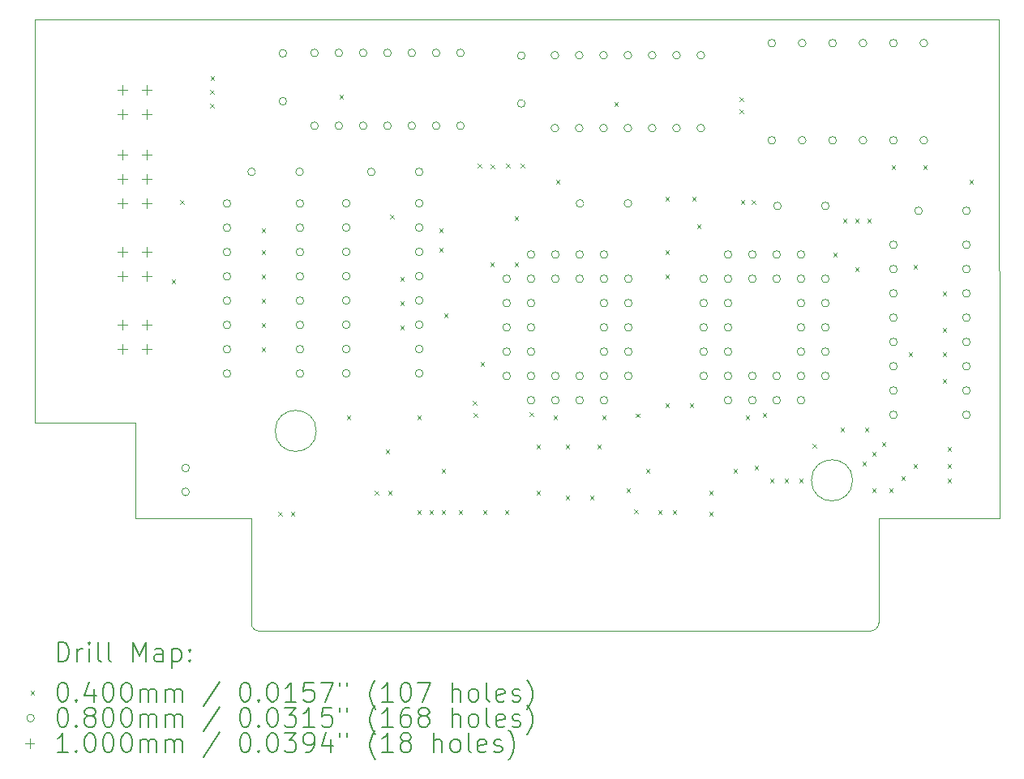
<source format=gbr>
%TF.GenerationSoftware,KiCad,Pcbnew,7.0.1*%
%TF.CreationDate,2023-06-02T18:33:03+09:00*%
%TF.ProjectId,project2_2,70726f6a-6563-4743-925f-322e6b696361,rev?*%
%TF.SameCoordinates,Original*%
%TF.FileFunction,Drillmap*%
%TF.FilePolarity,Positive*%
%FSLAX45Y45*%
G04 Gerber Fmt 4.5, Leading zero omitted, Abs format (unit mm)*
G04 Created by KiCad (PCBNEW 7.0.1) date 2023-06-02 18:33:03*
%MOMM*%
%LPD*%
G01*
G04 APERTURE LIST*
%ADD10C,0.100000*%
%ADD11C,0.200000*%
%ADD12C,0.040000*%
%ADD13C,0.080000*%
G04 APERTURE END LIST*
D10*
X10720252Y-8818009D02*
X20790263Y-8820767D01*
X20790263Y-8820767D02*
X20790889Y-14036807D01*
X19531029Y-15131051D02*
X19531021Y-14036512D01*
X19531021Y-14036512D02*
X20790889Y-14036807D01*
X10720771Y-13039679D02*
X10720252Y-8818009D01*
X11768958Y-14034963D02*
X11769067Y-13040169D01*
X12979911Y-15132594D02*
G75*
G03*
X13063780Y-15216249I83869J214D01*
G01*
X13063780Y-15216249D02*
X19449818Y-15213464D01*
X11769067Y-13040169D02*
X10720771Y-13039679D01*
X19258457Y-13638748D02*
G75*
G03*
X19258457Y-13638748I-214989J0D01*
G01*
X13658335Y-13121930D02*
G75*
G03*
X13658335Y-13121930I-214872J0D01*
G01*
X19449818Y-15213460D02*
G75*
G03*
X19531029Y-15131051I-1208J82411D01*
G01*
X11768958Y-14034963D02*
X12978982Y-14035406D01*
X12978982Y-14035406D02*
X12979908Y-15132594D01*
D11*
D12*
X12146600Y-11537000D02*
X12186600Y-11577000D01*
X12186600Y-11537000D02*
X12146600Y-11577000D01*
X12235500Y-10711500D02*
X12275500Y-10751500D01*
X12275500Y-10711500D02*
X12235500Y-10751500D01*
X12546650Y-9701850D02*
X12586650Y-9741850D01*
X12586650Y-9701850D02*
X12546650Y-9741850D01*
X12552174Y-9554975D02*
X12592174Y-9594975D01*
X12592174Y-9554975D02*
X12552174Y-9594975D01*
X12553698Y-9412100D02*
X12593698Y-9452100D01*
X12593698Y-9412100D02*
X12553698Y-9452100D01*
X13086400Y-11003600D02*
X13126400Y-11043600D01*
X13126400Y-11003600D02*
X13086400Y-11043600D01*
X13086400Y-11232200D02*
X13126400Y-11272200D01*
X13126400Y-11232200D02*
X13086400Y-11272200D01*
X13086400Y-11486200D02*
X13126400Y-11526200D01*
X13126400Y-11486200D02*
X13086400Y-11526200D01*
X13086400Y-11740200D02*
X13126400Y-11780200D01*
X13126400Y-11740200D02*
X13086400Y-11780200D01*
X13086400Y-11994200D02*
X13126400Y-12034200D01*
X13126400Y-11994200D02*
X13086400Y-12034200D01*
X13086400Y-12248200D02*
X13126400Y-12288200D01*
X13126400Y-12248200D02*
X13086400Y-12288200D01*
X13259206Y-13970406D02*
X13299206Y-14010406D01*
X13299206Y-13970406D02*
X13259206Y-14010406D01*
X13391200Y-13970406D02*
X13431200Y-14010406D01*
X13431200Y-13970406D02*
X13391200Y-14010406D01*
X13899200Y-9606600D02*
X13939200Y-9646600D01*
X13939200Y-9606600D02*
X13899200Y-9646600D01*
X13975400Y-12959400D02*
X14015400Y-12999400D01*
X14015400Y-12959400D02*
X13975400Y-12999400D01*
X14267500Y-13746800D02*
X14307500Y-13786800D01*
X14307500Y-13746800D02*
X14267500Y-13786800D01*
X14381800Y-13315000D02*
X14421800Y-13355000D01*
X14421800Y-13315000D02*
X14381800Y-13355000D01*
X14407200Y-13746800D02*
X14447200Y-13786800D01*
X14447200Y-13746800D02*
X14407200Y-13786800D01*
X14431800Y-10864700D02*
X14471800Y-10904700D01*
X14471800Y-10864700D02*
X14431800Y-10904700D01*
X14534200Y-11511600D02*
X14574200Y-11551600D01*
X14574200Y-11511600D02*
X14534200Y-11551600D01*
X14534200Y-11765600D02*
X14574200Y-11805600D01*
X14574200Y-11765600D02*
X14534200Y-11805600D01*
X14534200Y-12019600D02*
X14574200Y-12059600D01*
X14574200Y-12019600D02*
X14534200Y-12059600D01*
X14712000Y-12959400D02*
X14752000Y-12999400D01*
X14752000Y-12959400D02*
X14712000Y-12999400D01*
X14712000Y-13950000D02*
X14752000Y-13990000D01*
X14752000Y-13950000D02*
X14712000Y-13990000D01*
X14839000Y-13950000D02*
X14879000Y-13990000D01*
X14879000Y-13950000D02*
X14839000Y-13990000D01*
X14940600Y-11003600D02*
X14980600Y-11043600D01*
X14980600Y-11003600D02*
X14940600Y-11043600D01*
X14940600Y-11206800D02*
X14980600Y-11246800D01*
X14980600Y-11206800D02*
X14940600Y-11246800D01*
X14966000Y-13518200D02*
X15006000Y-13558200D01*
X15006000Y-13518200D02*
X14966000Y-13558200D01*
X14966000Y-13950000D02*
X15006000Y-13990000D01*
X15006000Y-13950000D02*
X14966000Y-13990000D01*
X14991400Y-11892600D02*
X15031400Y-11932600D01*
X15031400Y-11892600D02*
X14991400Y-11932600D01*
X15143800Y-13950000D02*
X15183800Y-13990000D01*
X15183800Y-13950000D02*
X15143800Y-13990000D01*
X15295037Y-12808771D02*
X15335037Y-12848771D01*
X15335037Y-12808771D02*
X15295037Y-12848771D01*
X15299950Y-12934000D02*
X15339950Y-12974000D01*
X15339950Y-12934000D02*
X15299950Y-12974000D01*
X15342525Y-10326025D02*
X15382525Y-10366025D01*
X15382525Y-10326025D02*
X15342525Y-10366025D01*
X15372400Y-12400600D02*
X15412400Y-12440600D01*
X15412400Y-12400600D02*
X15372400Y-12440600D01*
X15397800Y-13950000D02*
X15437800Y-13990000D01*
X15437800Y-13950000D02*
X15397800Y-13990000D01*
X15474000Y-11359200D02*
X15514000Y-11399200D01*
X15514000Y-11359200D02*
X15474000Y-11399200D01*
X15478475Y-10334975D02*
X15518475Y-10374975D01*
X15518475Y-10334975D02*
X15478475Y-10374975D01*
X15626400Y-13950000D02*
X15666400Y-13990000D01*
X15666400Y-13950000D02*
X15626400Y-13990000D01*
X15637225Y-10330500D02*
X15677225Y-10370500D01*
X15677225Y-10330500D02*
X15637225Y-10370500D01*
X15728000Y-10876600D02*
X15768000Y-10916600D01*
X15768000Y-10876600D02*
X15728000Y-10916600D01*
X15728000Y-11359200D02*
X15768000Y-11399200D01*
X15768000Y-11359200D02*
X15728000Y-11399200D01*
X15791500Y-10330500D02*
X15831500Y-10370500D01*
X15831500Y-10330500D02*
X15791500Y-10370500D01*
X15888513Y-12930131D02*
X15928513Y-12970131D01*
X15928513Y-12930131D02*
X15888513Y-12970131D01*
X15956600Y-13264200D02*
X15996600Y-13304200D01*
X15996600Y-13264200D02*
X15956600Y-13304200D01*
X15956600Y-13746800D02*
X15996600Y-13786800D01*
X15996600Y-13746800D02*
X15956600Y-13786800D01*
X16134400Y-12959400D02*
X16174400Y-12999400D01*
X16174400Y-12959400D02*
X16134400Y-12999400D01*
X16159800Y-10495600D02*
X16199800Y-10535600D01*
X16199800Y-10495600D02*
X16159800Y-10535600D01*
X16261400Y-13264200D02*
X16301400Y-13304200D01*
X16301400Y-13264200D02*
X16261400Y-13304200D01*
X16261400Y-13797600D02*
X16301400Y-13837600D01*
X16301400Y-13797600D02*
X16261400Y-13837600D01*
X16515400Y-13797600D02*
X16555400Y-13837600D01*
X16555400Y-13797600D02*
X16515400Y-13837600D01*
X16591600Y-13264200D02*
X16631600Y-13304200D01*
X16631600Y-13264200D02*
X16591600Y-13304200D01*
X16642400Y-12959400D02*
X16682400Y-12999400D01*
X16682400Y-12959400D02*
X16642400Y-12999400D01*
X16769400Y-9682800D02*
X16809400Y-9722800D01*
X16809400Y-9682800D02*
X16769400Y-9722800D01*
X16896400Y-13721400D02*
X16936400Y-13761400D01*
X16936400Y-13721400D02*
X16896400Y-13761400D01*
X16978950Y-13943650D02*
X17018950Y-13983650D01*
X17018950Y-13943650D02*
X16978950Y-13983650D01*
X16991580Y-12940420D02*
X17031580Y-12980420D01*
X17031580Y-12940420D02*
X16991580Y-12980420D01*
X17099600Y-13518200D02*
X17139600Y-13558200D01*
X17139600Y-13518200D02*
X17099600Y-13558200D01*
X17226600Y-13950000D02*
X17266600Y-13990000D01*
X17266600Y-13950000D02*
X17226600Y-13990000D01*
X17302800Y-10673400D02*
X17342800Y-10713400D01*
X17342800Y-10673400D02*
X17302800Y-10713400D01*
X17302800Y-11232200D02*
X17342800Y-11272200D01*
X17342800Y-11232200D02*
X17302800Y-11272200D01*
X17302800Y-11486200D02*
X17342800Y-11526200D01*
X17342800Y-11486200D02*
X17302800Y-11526200D01*
X17302800Y-12832400D02*
X17342800Y-12872400D01*
X17342800Y-12832400D02*
X17302800Y-12872400D01*
X17379000Y-13950000D02*
X17419000Y-13990000D01*
X17419000Y-13950000D02*
X17379000Y-13990000D01*
X17556800Y-12832400D02*
X17596800Y-12872400D01*
X17596800Y-12832400D02*
X17556800Y-12872400D01*
X17582200Y-10673400D02*
X17622200Y-10713400D01*
X17622200Y-10673400D02*
X17582200Y-10713400D01*
X17633000Y-10965500D02*
X17673000Y-11005500D01*
X17673000Y-10965500D02*
X17633000Y-11005500D01*
X17760000Y-13746800D02*
X17800000Y-13786800D01*
X17800000Y-13746800D02*
X17760000Y-13786800D01*
X17760000Y-13971650D02*
X17800000Y-14011650D01*
X17800000Y-13971650D02*
X17760000Y-14011650D01*
X18014000Y-13518200D02*
X18054000Y-13558200D01*
X18054000Y-13518200D02*
X18014000Y-13558200D01*
X18077500Y-9632000D02*
X18117500Y-9672000D01*
X18117500Y-9632000D02*
X18077500Y-9672000D01*
X18077500Y-9759000D02*
X18117500Y-9799000D01*
X18117500Y-9759000D02*
X18077500Y-9799000D01*
X18090200Y-10711500D02*
X18130200Y-10751500D01*
X18130200Y-10711500D02*
X18090200Y-10751500D01*
X18141000Y-12959400D02*
X18181000Y-12999400D01*
X18181000Y-12959400D02*
X18141000Y-12999400D01*
X18204500Y-10711500D02*
X18244500Y-10751500D01*
X18244500Y-10711500D02*
X18204500Y-10751500D01*
X18234375Y-13484575D02*
X18274375Y-13524575D01*
X18274375Y-13484575D02*
X18234375Y-13524575D01*
X18318800Y-12934000D02*
X18358800Y-12974000D01*
X18358800Y-12934000D02*
X18318800Y-12974000D01*
X18395000Y-13619800D02*
X18435000Y-13659800D01*
X18435000Y-13619800D02*
X18395000Y-13659800D01*
X18547400Y-13619800D02*
X18587400Y-13659800D01*
X18587400Y-13619800D02*
X18547400Y-13659800D01*
X18699800Y-13619800D02*
X18739800Y-13659800D01*
X18739800Y-13619800D02*
X18699800Y-13659800D01*
X18839500Y-13260450D02*
X18879500Y-13300450D01*
X18879500Y-13260450D02*
X18839500Y-13300450D01*
X19055400Y-11257600D02*
X19095400Y-11297600D01*
X19095400Y-11257600D02*
X19055400Y-11297600D01*
X19131600Y-13086400D02*
X19171600Y-13126400D01*
X19171600Y-13086400D02*
X19131600Y-13126400D01*
X19157000Y-10902000D02*
X19197000Y-10942000D01*
X19197000Y-10902000D02*
X19157000Y-10942000D01*
X19284000Y-10902000D02*
X19324000Y-10942000D01*
X19324000Y-10902000D02*
X19284000Y-10942000D01*
X19284000Y-11410000D02*
X19324000Y-11450000D01*
X19324000Y-11410000D02*
X19284000Y-11450000D01*
X19360200Y-13442000D02*
X19400200Y-13482000D01*
X19400200Y-13442000D02*
X19360200Y-13482000D01*
X19385600Y-13086400D02*
X19425600Y-13126400D01*
X19425600Y-13086400D02*
X19385600Y-13126400D01*
X19411000Y-10902000D02*
X19451000Y-10942000D01*
X19451000Y-10902000D02*
X19411000Y-10942000D01*
X19461800Y-13340400D02*
X19501800Y-13380400D01*
X19501800Y-13340400D02*
X19461800Y-13380400D01*
X19462230Y-13721830D02*
X19502230Y-13761830D01*
X19502230Y-13721830D02*
X19462230Y-13761830D01*
X19563400Y-13238800D02*
X19603400Y-13278800D01*
X19603400Y-13238800D02*
X19563400Y-13278800D01*
X19639600Y-13721400D02*
X19679600Y-13761400D01*
X19679600Y-13721400D02*
X19639600Y-13761400D01*
X19665000Y-10343200D02*
X19705000Y-10383200D01*
X19705000Y-10343200D02*
X19665000Y-10383200D01*
X19766600Y-13594400D02*
X19806600Y-13634400D01*
X19806600Y-13594400D02*
X19766600Y-13634400D01*
X19842800Y-12299000D02*
X19882800Y-12339000D01*
X19882800Y-12299000D02*
X19842800Y-12339000D01*
X19893600Y-11384600D02*
X19933600Y-11424600D01*
X19933600Y-11384600D02*
X19893600Y-11424600D01*
X19893600Y-13467400D02*
X19933600Y-13507400D01*
X19933600Y-13467400D02*
X19893600Y-13507400D01*
X19995200Y-10343200D02*
X20035200Y-10383200D01*
X20035200Y-10343200D02*
X19995200Y-10383200D01*
X20198400Y-11664000D02*
X20238400Y-11704000D01*
X20238400Y-11664000D02*
X20198400Y-11704000D01*
X20198400Y-12045000D02*
X20238400Y-12085000D01*
X20238400Y-12045000D02*
X20198400Y-12085000D01*
X20198400Y-12299000D02*
X20238400Y-12339000D01*
X20238400Y-12299000D02*
X20198400Y-12339000D01*
X20198400Y-12578400D02*
X20238400Y-12618400D01*
X20238400Y-12578400D02*
X20198400Y-12618400D01*
X20249200Y-13289600D02*
X20289200Y-13329600D01*
X20289200Y-13289600D02*
X20249200Y-13329600D01*
X20249200Y-13467400D02*
X20289200Y-13507400D01*
X20289200Y-13467400D02*
X20249200Y-13507400D01*
X20249200Y-13619800D02*
X20289200Y-13659800D01*
X20289200Y-13619800D02*
X20249200Y-13659800D01*
X20477800Y-10495600D02*
X20517800Y-10535600D01*
X20517800Y-10495600D02*
X20477800Y-10535600D01*
D13*
X12333600Y-13510311D02*
G75*
G03*
X12333600Y-13510311I-40000J0D01*
G01*
X12333600Y-13760311D02*
G75*
G03*
X12333600Y-13760311I-40000J0D01*
G01*
X12765400Y-10744200D02*
G75*
G03*
X12765400Y-10744200I-40000J0D01*
G01*
X12765400Y-10998200D02*
G75*
G03*
X12765400Y-10998200I-40000J0D01*
G01*
X12765400Y-11252200D02*
G75*
G03*
X12765400Y-11252200I-40000J0D01*
G01*
X12765400Y-11506200D02*
G75*
G03*
X12765400Y-11506200I-40000J0D01*
G01*
X12765400Y-11760200D02*
G75*
G03*
X12765400Y-11760200I-40000J0D01*
G01*
X12765400Y-12014200D02*
G75*
G03*
X12765400Y-12014200I-40000J0D01*
G01*
X12765400Y-12268200D02*
G75*
G03*
X12765400Y-12268200I-40000J0D01*
G01*
X12765400Y-12522200D02*
G75*
G03*
X12765400Y-12522200I-40000J0D01*
G01*
X13023400Y-10414000D02*
G75*
G03*
X13023400Y-10414000I-40000J0D01*
G01*
X13349100Y-9174400D02*
G75*
G03*
X13349100Y-9174400I-40000J0D01*
G01*
X13349100Y-9674400D02*
G75*
G03*
X13349100Y-9674400I-40000J0D01*
G01*
X13523400Y-10414000D02*
G75*
G03*
X13523400Y-10414000I-40000J0D01*
G01*
X13527400Y-10744200D02*
G75*
G03*
X13527400Y-10744200I-40000J0D01*
G01*
X13527400Y-10998200D02*
G75*
G03*
X13527400Y-10998200I-40000J0D01*
G01*
X13527400Y-11252200D02*
G75*
G03*
X13527400Y-11252200I-40000J0D01*
G01*
X13527400Y-11506200D02*
G75*
G03*
X13527400Y-11506200I-40000J0D01*
G01*
X13527400Y-11760200D02*
G75*
G03*
X13527400Y-11760200I-40000J0D01*
G01*
X13527400Y-12014200D02*
G75*
G03*
X13527400Y-12014200I-40000J0D01*
G01*
X13527400Y-12268200D02*
G75*
G03*
X13527400Y-12268200I-40000J0D01*
G01*
X13527400Y-12522200D02*
G75*
G03*
X13527400Y-12522200I-40000J0D01*
G01*
X13679300Y-9169400D02*
G75*
G03*
X13679300Y-9169400I-40000J0D01*
G01*
X13679300Y-9931400D02*
G75*
G03*
X13679300Y-9931400I-40000J0D01*
G01*
X13933300Y-9169400D02*
G75*
G03*
X13933300Y-9169400I-40000J0D01*
G01*
X13933300Y-9931400D02*
G75*
G03*
X13933300Y-9931400I-40000J0D01*
G01*
X14011000Y-10743200D02*
G75*
G03*
X14011000Y-10743200I-40000J0D01*
G01*
X14011000Y-10997200D02*
G75*
G03*
X14011000Y-10997200I-40000J0D01*
G01*
X14011000Y-11251200D02*
G75*
G03*
X14011000Y-11251200I-40000J0D01*
G01*
X14011000Y-11505200D02*
G75*
G03*
X14011000Y-11505200I-40000J0D01*
G01*
X14011000Y-11759200D02*
G75*
G03*
X14011000Y-11759200I-40000J0D01*
G01*
X14011000Y-12013200D02*
G75*
G03*
X14011000Y-12013200I-40000J0D01*
G01*
X14011000Y-12267200D02*
G75*
G03*
X14011000Y-12267200I-40000J0D01*
G01*
X14011000Y-12521200D02*
G75*
G03*
X14011000Y-12521200I-40000J0D01*
G01*
X14187300Y-9169400D02*
G75*
G03*
X14187300Y-9169400I-40000J0D01*
G01*
X14187300Y-9931400D02*
G75*
G03*
X14187300Y-9931400I-40000J0D01*
G01*
X14272000Y-10414000D02*
G75*
G03*
X14272000Y-10414000I-40000J0D01*
G01*
X14441300Y-9169400D02*
G75*
G03*
X14441300Y-9169400I-40000J0D01*
G01*
X14441300Y-9931400D02*
G75*
G03*
X14441300Y-9931400I-40000J0D01*
G01*
X14695300Y-9169400D02*
G75*
G03*
X14695300Y-9169400I-40000J0D01*
G01*
X14695300Y-9931400D02*
G75*
G03*
X14695300Y-9931400I-40000J0D01*
G01*
X14772000Y-10414000D02*
G75*
G03*
X14772000Y-10414000I-40000J0D01*
G01*
X14773000Y-10743200D02*
G75*
G03*
X14773000Y-10743200I-40000J0D01*
G01*
X14773000Y-10997200D02*
G75*
G03*
X14773000Y-10997200I-40000J0D01*
G01*
X14773000Y-11251200D02*
G75*
G03*
X14773000Y-11251200I-40000J0D01*
G01*
X14773000Y-11505200D02*
G75*
G03*
X14773000Y-11505200I-40000J0D01*
G01*
X14773000Y-11759200D02*
G75*
G03*
X14773000Y-11759200I-40000J0D01*
G01*
X14773000Y-12013200D02*
G75*
G03*
X14773000Y-12013200I-40000J0D01*
G01*
X14773000Y-12267200D02*
G75*
G03*
X14773000Y-12267200I-40000J0D01*
G01*
X14773000Y-12521200D02*
G75*
G03*
X14773000Y-12521200I-40000J0D01*
G01*
X14949300Y-9169400D02*
G75*
G03*
X14949300Y-9169400I-40000J0D01*
G01*
X14949300Y-9931400D02*
G75*
G03*
X14949300Y-9931400I-40000J0D01*
G01*
X15203300Y-9169400D02*
G75*
G03*
X15203300Y-9169400I-40000J0D01*
G01*
X15203300Y-9931400D02*
G75*
G03*
X15203300Y-9931400I-40000J0D01*
G01*
X15686400Y-11531600D02*
G75*
G03*
X15686400Y-11531600I-40000J0D01*
G01*
X15686400Y-11785600D02*
G75*
G03*
X15686400Y-11785600I-40000J0D01*
G01*
X15686400Y-12039600D02*
G75*
G03*
X15686400Y-12039600I-40000J0D01*
G01*
X15686400Y-12293600D02*
G75*
G03*
X15686400Y-12293600I-40000J0D01*
G01*
X15686400Y-12547600D02*
G75*
G03*
X15686400Y-12547600I-40000J0D01*
G01*
X15838800Y-9198800D02*
G75*
G03*
X15838800Y-9198800I-40000J0D01*
G01*
X15838800Y-9698800D02*
G75*
G03*
X15838800Y-9698800I-40000J0D01*
G01*
X15940400Y-11277600D02*
G75*
G03*
X15940400Y-11277600I-40000J0D01*
G01*
X15940400Y-11531600D02*
G75*
G03*
X15940400Y-11531600I-40000J0D01*
G01*
X15940400Y-11785600D02*
G75*
G03*
X15940400Y-11785600I-40000J0D01*
G01*
X15940400Y-12039600D02*
G75*
G03*
X15940400Y-12039600I-40000J0D01*
G01*
X15940400Y-12293600D02*
G75*
G03*
X15940400Y-12293600I-40000J0D01*
G01*
X15940400Y-12547600D02*
G75*
G03*
X15940400Y-12547600I-40000J0D01*
G01*
X15940400Y-12801600D02*
G75*
G03*
X15940400Y-12801600I-40000J0D01*
G01*
X16190200Y-9194800D02*
G75*
G03*
X16190200Y-9194800I-40000J0D01*
G01*
X16190200Y-9956800D02*
G75*
G03*
X16190200Y-9956800I-40000J0D01*
G01*
X16194400Y-11277600D02*
G75*
G03*
X16194400Y-11277600I-40000J0D01*
G01*
X16194400Y-11531600D02*
G75*
G03*
X16194400Y-11531600I-40000J0D01*
G01*
X16194400Y-12547600D02*
G75*
G03*
X16194400Y-12547600I-40000J0D01*
G01*
X16194400Y-12801600D02*
G75*
G03*
X16194400Y-12801600I-40000J0D01*
G01*
X16444200Y-9194800D02*
G75*
G03*
X16444200Y-9194800I-40000J0D01*
G01*
X16444200Y-9956800D02*
G75*
G03*
X16444200Y-9956800I-40000J0D01*
G01*
X16448400Y-11277600D02*
G75*
G03*
X16448400Y-11277600I-40000J0D01*
G01*
X16448400Y-11531600D02*
G75*
G03*
X16448400Y-11531600I-40000J0D01*
G01*
X16448400Y-12547600D02*
G75*
G03*
X16448400Y-12547600I-40000J0D01*
G01*
X16448400Y-12801600D02*
G75*
G03*
X16448400Y-12801600I-40000J0D01*
G01*
X16452400Y-10744200D02*
G75*
G03*
X16452400Y-10744200I-40000J0D01*
G01*
X16698200Y-9194800D02*
G75*
G03*
X16698200Y-9194800I-40000J0D01*
G01*
X16698200Y-9956800D02*
G75*
G03*
X16698200Y-9956800I-40000J0D01*
G01*
X16702400Y-11277600D02*
G75*
G03*
X16702400Y-11277600I-40000J0D01*
G01*
X16702400Y-11531600D02*
G75*
G03*
X16702400Y-11531600I-40000J0D01*
G01*
X16702400Y-11785600D02*
G75*
G03*
X16702400Y-11785600I-40000J0D01*
G01*
X16702400Y-12039600D02*
G75*
G03*
X16702400Y-12039600I-40000J0D01*
G01*
X16702400Y-12293600D02*
G75*
G03*
X16702400Y-12293600I-40000J0D01*
G01*
X16702400Y-12547600D02*
G75*
G03*
X16702400Y-12547600I-40000J0D01*
G01*
X16702400Y-12801600D02*
G75*
G03*
X16702400Y-12801600I-40000J0D01*
G01*
X16952200Y-9194800D02*
G75*
G03*
X16952200Y-9194800I-40000J0D01*
G01*
X16952200Y-9956800D02*
G75*
G03*
X16952200Y-9956800I-40000J0D01*
G01*
X16952400Y-10744200D02*
G75*
G03*
X16952400Y-10744200I-40000J0D01*
G01*
X16956400Y-11531600D02*
G75*
G03*
X16956400Y-11531600I-40000J0D01*
G01*
X16956400Y-11785600D02*
G75*
G03*
X16956400Y-11785600I-40000J0D01*
G01*
X16956400Y-12039600D02*
G75*
G03*
X16956400Y-12039600I-40000J0D01*
G01*
X16956400Y-12293600D02*
G75*
G03*
X16956400Y-12293600I-40000J0D01*
G01*
X16956400Y-12547600D02*
G75*
G03*
X16956400Y-12547600I-40000J0D01*
G01*
X17206200Y-9194800D02*
G75*
G03*
X17206200Y-9194800I-40000J0D01*
G01*
X17206200Y-9956800D02*
G75*
G03*
X17206200Y-9956800I-40000J0D01*
G01*
X17460200Y-9194800D02*
G75*
G03*
X17460200Y-9194800I-40000J0D01*
G01*
X17460200Y-9956800D02*
G75*
G03*
X17460200Y-9956800I-40000J0D01*
G01*
X17714200Y-9194800D02*
G75*
G03*
X17714200Y-9194800I-40000J0D01*
G01*
X17714200Y-9956800D02*
G75*
G03*
X17714200Y-9956800I-40000J0D01*
G01*
X17743800Y-11531600D02*
G75*
G03*
X17743800Y-11531600I-40000J0D01*
G01*
X17743800Y-11785600D02*
G75*
G03*
X17743800Y-11785600I-40000J0D01*
G01*
X17743800Y-12039600D02*
G75*
G03*
X17743800Y-12039600I-40000J0D01*
G01*
X17743800Y-12293600D02*
G75*
G03*
X17743800Y-12293600I-40000J0D01*
G01*
X17743800Y-12547600D02*
G75*
G03*
X17743800Y-12547600I-40000J0D01*
G01*
X17997800Y-11277600D02*
G75*
G03*
X17997800Y-11277600I-40000J0D01*
G01*
X17997800Y-11531600D02*
G75*
G03*
X17997800Y-11531600I-40000J0D01*
G01*
X17997800Y-11785600D02*
G75*
G03*
X17997800Y-11785600I-40000J0D01*
G01*
X17997800Y-12039600D02*
G75*
G03*
X17997800Y-12039600I-40000J0D01*
G01*
X17997800Y-12293600D02*
G75*
G03*
X17997800Y-12293600I-40000J0D01*
G01*
X17997800Y-12547600D02*
G75*
G03*
X17997800Y-12547600I-40000J0D01*
G01*
X17997800Y-12801600D02*
G75*
G03*
X17997800Y-12801600I-40000J0D01*
G01*
X18251800Y-11277600D02*
G75*
G03*
X18251800Y-11277600I-40000J0D01*
G01*
X18251800Y-11531600D02*
G75*
G03*
X18251800Y-11531600I-40000J0D01*
G01*
X18251800Y-12547600D02*
G75*
G03*
X18251800Y-12547600I-40000J0D01*
G01*
X18251800Y-12801600D02*
G75*
G03*
X18251800Y-12801600I-40000J0D01*
G01*
X18455000Y-9067800D02*
G75*
G03*
X18455000Y-9067800I-40000J0D01*
G01*
X18455000Y-10083800D02*
G75*
G03*
X18455000Y-10083800I-40000J0D01*
G01*
X18505800Y-11277600D02*
G75*
G03*
X18505800Y-11277600I-40000J0D01*
G01*
X18505800Y-11531600D02*
G75*
G03*
X18505800Y-11531600I-40000J0D01*
G01*
X18505800Y-12547600D02*
G75*
G03*
X18505800Y-12547600I-40000J0D01*
G01*
X18505800Y-12801600D02*
G75*
G03*
X18505800Y-12801600I-40000J0D01*
G01*
X18513800Y-10769600D02*
G75*
G03*
X18513800Y-10769600I-40000J0D01*
G01*
X18759800Y-11277600D02*
G75*
G03*
X18759800Y-11277600I-40000J0D01*
G01*
X18759800Y-11531600D02*
G75*
G03*
X18759800Y-11531600I-40000J0D01*
G01*
X18759800Y-11785600D02*
G75*
G03*
X18759800Y-11785600I-40000J0D01*
G01*
X18759800Y-12039600D02*
G75*
G03*
X18759800Y-12039600I-40000J0D01*
G01*
X18759800Y-12293600D02*
G75*
G03*
X18759800Y-12293600I-40000J0D01*
G01*
X18759800Y-12547600D02*
G75*
G03*
X18759800Y-12547600I-40000J0D01*
G01*
X18759800Y-12801600D02*
G75*
G03*
X18759800Y-12801600I-40000J0D01*
G01*
X18772500Y-9067800D02*
G75*
G03*
X18772500Y-9067800I-40000J0D01*
G01*
X18772500Y-10083800D02*
G75*
G03*
X18772500Y-10083800I-40000J0D01*
G01*
X19013800Y-10769600D02*
G75*
G03*
X19013800Y-10769600I-40000J0D01*
G01*
X19013800Y-11531600D02*
G75*
G03*
X19013800Y-11531600I-40000J0D01*
G01*
X19013800Y-11785600D02*
G75*
G03*
X19013800Y-11785600I-40000J0D01*
G01*
X19013800Y-12039600D02*
G75*
G03*
X19013800Y-12039600I-40000J0D01*
G01*
X19013800Y-12293600D02*
G75*
G03*
X19013800Y-12293600I-40000J0D01*
G01*
X19013800Y-12547600D02*
G75*
G03*
X19013800Y-12547600I-40000J0D01*
G01*
X19090000Y-9067800D02*
G75*
G03*
X19090000Y-9067800I-40000J0D01*
G01*
X19090000Y-10083800D02*
G75*
G03*
X19090000Y-10083800I-40000J0D01*
G01*
X19407500Y-9067800D02*
G75*
G03*
X19407500Y-9067800I-40000J0D01*
G01*
X19407500Y-10083800D02*
G75*
G03*
X19407500Y-10083800I-40000J0D01*
G01*
X19725000Y-9067800D02*
G75*
G03*
X19725000Y-9067800I-40000J0D01*
G01*
X19725000Y-10083800D02*
G75*
G03*
X19725000Y-10083800I-40000J0D01*
G01*
X19725000Y-11176000D02*
G75*
G03*
X19725000Y-11176000I-40000J0D01*
G01*
X19725000Y-11430000D02*
G75*
G03*
X19725000Y-11430000I-40000J0D01*
G01*
X19725000Y-11684000D02*
G75*
G03*
X19725000Y-11684000I-40000J0D01*
G01*
X19725000Y-11938000D02*
G75*
G03*
X19725000Y-11938000I-40000J0D01*
G01*
X19725000Y-12192000D02*
G75*
G03*
X19725000Y-12192000I-40000J0D01*
G01*
X19725000Y-12446000D02*
G75*
G03*
X19725000Y-12446000I-40000J0D01*
G01*
X19725000Y-12700000D02*
G75*
G03*
X19725000Y-12700000I-40000J0D01*
G01*
X19725000Y-12954000D02*
G75*
G03*
X19725000Y-12954000I-40000J0D01*
G01*
X19987000Y-10820400D02*
G75*
G03*
X19987000Y-10820400I-40000J0D01*
G01*
X20042500Y-9067800D02*
G75*
G03*
X20042500Y-9067800I-40000J0D01*
G01*
X20042500Y-10083800D02*
G75*
G03*
X20042500Y-10083800I-40000J0D01*
G01*
X20487000Y-10820400D02*
G75*
G03*
X20487000Y-10820400I-40000J0D01*
G01*
X20487000Y-11176000D02*
G75*
G03*
X20487000Y-11176000I-40000J0D01*
G01*
X20487000Y-11430000D02*
G75*
G03*
X20487000Y-11430000I-40000J0D01*
G01*
X20487000Y-11684000D02*
G75*
G03*
X20487000Y-11684000I-40000J0D01*
G01*
X20487000Y-11938000D02*
G75*
G03*
X20487000Y-11938000I-40000J0D01*
G01*
X20487000Y-12192000D02*
G75*
G03*
X20487000Y-12192000I-40000J0D01*
G01*
X20487000Y-12446000D02*
G75*
G03*
X20487000Y-12446000I-40000J0D01*
G01*
X20487000Y-12700000D02*
G75*
G03*
X20487000Y-12700000I-40000J0D01*
G01*
X20487000Y-12954000D02*
G75*
G03*
X20487000Y-12954000I-40000J0D01*
G01*
D10*
X11633200Y-9506200D02*
X11633200Y-9606200D01*
X11583200Y-9556200D02*
X11683200Y-9556200D01*
X11633200Y-9760200D02*
X11633200Y-9860200D01*
X11583200Y-9810200D02*
X11683200Y-9810200D01*
X11633200Y-10186200D02*
X11633200Y-10286200D01*
X11583200Y-10236200D02*
X11683200Y-10236200D01*
X11633200Y-10440200D02*
X11633200Y-10540200D01*
X11583200Y-10490200D02*
X11683200Y-10490200D01*
X11633200Y-10694200D02*
X11633200Y-10794200D01*
X11583200Y-10744200D02*
X11683200Y-10744200D01*
X11633200Y-11202200D02*
X11633200Y-11302200D01*
X11583200Y-11252200D02*
X11683200Y-11252200D01*
X11633200Y-11456200D02*
X11633200Y-11556200D01*
X11583200Y-11506200D02*
X11683200Y-11506200D01*
X11633200Y-11964200D02*
X11633200Y-12064200D01*
X11583200Y-12014200D02*
X11683200Y-12014200D01*
X11633200Y-12218200D02*
X11633200Y-12318200D01*
X11583200Y-12268200D02*
X11683200Y-12268200D01*
X11887200Y-9506200D02*
X11887200Y-9606200D01*
X11837200Y-9556200D02*
X11937200Y-9556200D01*
X11887200Y-9760200D02*
X11887200Y-9860200D01*
X11837200Y-9810200D02*
X11937200Y-9810200D01*
X11887200Y-10186200D02*
X11887200Y-10286200D01*
X11837200Y-10236200D02*
X11937200Y-10236200D01*
X11887200Y-10440200D02*
X11887200Y-10540200D01*
X11837200Y-10490200D02*
X11937200Y-10490200D01*
X11887200Y-10694200D02*
X11887200Y-10794200D01*
X11837200Y-10744200D02*
X11937200Y-10744200D01*
X11887200Y-11202200D02*
X11887200Y-11302200D01*
X11837200Y-11252200D02*
X11937200Y-11252200D01*
X11887200Y-11456200D02*
X11887200Y-11556200D01*
X11837200Y-11506200D02*
X11937200Y-11506200D01*
X11887200Y-11964200D02*
X11887200Y-12064200D01*
X11837200Y-12014200D02*
X11937200Y-12014200D01*
X11887200Y-12218200D02*
X11887200Y-12318200D01*
X11837200Y-12268200D02*
X11937200Y-12268200D01*
D11*
X10962871Y-15533773D02*
X10962871Y-15333773D01*
X10962871Y-15333773D02*
X11010490Y-15333773D01*
X11010490Y-15333773D02*
X11039061Y-15343297D01*
X11039061Y-15343297D02*
X11058109Y-15362344D01*
X11058109Y-15362344D02*
X11067632Y-15381392D01*
X11067632Y-15381392D02*
X11077156Y-15419487D01*
X11077156Y-15419487D02*
X11077156Y-15448058D01*
X11077156Y-15448058D02*
X11067632Y-15486154D01*
X11067632Y-15486154D02*
X11058109Y-15505201D01*
X11058109Y-15505201D02*
X11039061Y-15524249D01*
X11039061Y-15524249D02*
X11010490Y-15533773D01*
X11010490Y-15533773D02*
X10962871Y-15533773D01*
X11162871Y-15533773D02*
X11162871Y-15400439D01*
X11162871Y-15438535D02*
X11172394Y-15419487D01*
X11172394Y-15419487D02*
X11181918Y-15409963D01*
X11181918Y-15409963D02*
X11200966Y-15400439D01*
X11200966Y-15400439D02*
X11220013Y-15400439D01*
X11286680Y-15533773D02*
X11286680Y-15400439D01*
X11286680Y-15333773D02*
X11277156Y-15343297D01*
X11277156Y-15343297D02*
X11286680Y-15352820D01*
X11286680Y-15352820D02*
X11296204Y-15343297D01*
X11296204Y-15343297D02*
X11286680Y-15333773D01*
X11286680Y-15333773D02*
X11286680Y-15352820D01*
X11410489Y-15533773D02*
X11391442Y-15524249D01*
X11391442Y-15524249D02*
X11381918Y-15505201D01*
X11381918Y-15505201D02*
X11381918Y-15333773D01*
X11515251Y-15533773D02*
X11496204Y-15524249D01*
X11496204Y-15524249D02*
X11486680Y-15505201D01*
X11486680Y-15505201D02*
X11486680Y-15333773D01*
X11743823Y-15533773D02*
X11743823Y-15333773D01*
X11743823Y-15333773D02*
X11810490Y-15476630D01*
X11810490Y-15476630D02*
X11877156Y-15333773D01*
X11877156Y-15333773D02*
X11877156Y-15533773D01*
X12058109Y-15533773D02*
X12058109Y-15429011D01*
X12058109Y-15429011D02*
X12048585Y-15409963D01*
X12048585Y-15409963D02*
X12029537Y-15400439D01*
X12029537Y-15400439D02*
X11991442Y-15400439D01*
X11991442Y-15400439D02*
X11972394Y-15409963D01*
X12058109Y-15524249D02*
X12039061Y-15533773D01*
X12039061Y-15533773D02*
X11991442Y-15533773D01*
X11991442Y-15533773D02*
X11972394Y-15524249D01*
X11972394Y-15524249D02*
X11962870Y-15505201D01*
X11962870Y-15505201D02*
X11962870Y-15486154D01*
X11962870Y-15486154D02*
X11972394Y-15467106D01*
X11972394Y-15467106D02*
X11991442Y-15457582D01*
X11991442Y-15457582D02*
X12039061Y-15457582D01*
X12039061Y-15457582D02*
X12058109Y-15448058D01*
X12153347Y-15400439D02*
X12153347Y-15600439D01*
X12153347Y-15409963D02*
X12172394Y-15400439D01*
X12172394Y-15400439D02*
X12210490Y-15400439D01*
X12210490Y-15400439D02*
X12229537Y-15409963D01*
X12229537Y-15409963D02*
X12239061Y-15419487D01*
X12239061Y-15419487D02*
X12248585Y-15438535D01*
X12248585Y-15438535D02*
X12248585Y-15495677D01*
X12248585Y-15495677D02*
X12239061Y-15514725D01*
X12239061Y-15514725D02*
X12229537Y-15524249D01*
X12229537Y-15524249D02*
X12210490Y-15533773D01*
X12210490Y-15533773D02*
X12172394Y-15533773D01*
X12172394Y-15533773D02*
X12153347Y-15524249D01*
X12334299Y-15514725D02*
X12343823Y-15524249D01*
X12343823Y-15524249D02*
X12334299Y-15533773D01*
X12334299Y-15533773D02*
X12324775Y-15524249D01*
X12324775Y-15524249D02*
X12334299Y-15514725D01*
X12334299Y-15514725D02*
X12334299Y-15533773D01*
X12334299Y-15409963D02*
X12343823Y-15419487D01*
X12343823Y-15419487D02*
X12334299Y-15429011D01*
X12334299Y-15429011D02*
X12324775Y-15419487D01*
X12324775Y-15419487D02*
X12334299Y-15409963D01*
X12334299Y-15409963D02*
X12334299Y-15429011D01*
D12*
X10675252Y-15841249D02*
X10715252Y-15881249D01*
X10715252Y-15841249D02*
X10675252Y-15881249D01*
D11*
X11000966Y-15753773D02*
X11020013Y-15753773D01*
X11020013Y-15753773D02*
X11039061Y-15763297D01*
X11039061Y-15763297D02*
X11048585Y-15772820D01*
X11048585Y-15772820D02*
X11058109Y-15791868D01*
X11058109Y-15791868D02*
X11067632Y-15829963D01*
X11067632Y-15829963D02*
X11067632Y-15877582D01*
X11067632Y-15877582D02*
X11058109Y-15915677D01*
X11058109Y-15915677D02*
X11048585Y-15934725D01*
X11048585Y-15934725D02*
X11039061Y-15944249D01*
X11039061Y-15944249D02*
X11020013Y-15953773D01*
X11020013Y-15953773D02*
X11000966Y-15953773D01*
X11000966Y-15953773D02*
X10981918Y-15944249D01*
X10981918Y-15944249D02*
X10972394Y-15934725D01*
X10972394Y-15934725D02*
X10962871Y-15915677D01*
X10962871Y-15915677D02*
X10953347Y-15877582D01*
X10953347Y-15877582D02*
X10953347Y-15829963D01*
X10953347Y-15829963D02*
X10962871Y-15791868D01*
X10962871Y-15791868D02*
X10972394Y-15772820D01*
X10972394Y-15772820D02*
X10981918Y-15763297D01*
X10981918Y-15763297D02*
X11000966Y-15753773D01*
X11153347Y-15934725D02*
X11162871Y-15944249D01*
X11162871Y-15944249D02*
X11153347Y-15953773D01*
X11153347Y-15953773D02*
X11143823Y-15944249D01*
X11143823Y-15944249D02*
X11153347Y-15934725D01*
X11153347Y-15934725D02*
X11153347Y-15953773D01*
X11334299Y-15820439D02*
X11334299Y-15953773D01*
X11286680Y-15744249D02*
X11239061Y-15887106D01*
X11239061Y-15887106D02*
X11362870Y-15887106D01*
X11477156Y-15753773D02*
X11496204Y-15753773D01*
X11496204Y-15753773D02*
X11515251Y-15763297D01*
X11515251Y-15763297D02*
X11524775Y-15772820D01*
X11524775Y-15772820D02*
X11534299Y-15791868D01*
X11534299Y-15791868D02*
X11543823Y-15829963D01*
X11543823Y-15829963D02*
X11543823Y-15877582D01*
X11543823Y-15877582D02*
X11534299Y-15915677D01*
X11534299Y-15915677D02*
X11524775Y-15934725D01*
X11524775Y-15934725D02*
X11515251Y-15944249D01*
X11515251Y-15944249D02*
X11496204Y-15953773D01*
X11496204Y-15953773D02*
X11477156Y-15953773D01*
X11477156Y-15953773D02*
X11458109Y-15944249D01*
X11458109Y-15944249D02*
X11448585Y-15934725D01*
X11448585Y-15934725D02*
X11439061Y-15915677D01*
X11439061Y-15915677D02*
X11429537Y-15877582D01*
X11429537Y-15877582D02*
X11429537Y-15829963D01*
X11429537Y-15829963D02*
X11439061Y-15791868D01*
X11439061Y-15791868D02*
X11448585Y-15772820D01*
X11448585Y-15772820D02*
X11458109Y-15763297D01*
X11458109Y-15763297D02*
X11477156Y-15753773D01*
X11667632Y-15753773D02*
X11686680Y-15753773D01*
X11686680Y-15753773D02*
X11705728Y-15763297D01*
X11705728Y-15763297D02*
X11715251Y-15772820D01*
X11715251Y-15772820D02*
X11724775Y-15791868D01*
X11724775Y-15791868D02*
X11734299Y-15829963D01*
X11734299Y-15829963D02*
X11734299Y-15877582D01*
X11734299Y-15877582D02*
X11724775Y-15915677D01*
X11724775Y-15915677D02*
X11715251Y-15934725D01*
X11715251Y-15934725D02*
X11705728Y-15944249D01*
X11705728Y-15944249D02*
X11686680Y-15953773D01*
X11686680Y-15953773D02*
X11667632Y-15953773D01*
X11667632Y-15953773D02*
X11648585Y-15944249D01*
X11648585Y-15944249D02*
X11639061Y-15934725D01*
X11639061Y-15934725D02*
X11629537Y-15915677D01*
X11629537Y-15915677D02*
X11620013Y-15877582D01*
X11620013Y-15877582D02*
X11620013Y-15829963D01*
X11620013Y-15829963D02*
X11629537Y-15791868D01*
X11629537Y-15791868D02*
X11639061Y-15772820D01*
X11639061Y-15772820D02*
X11648585Y-15763297D01*
X11648585Y-15763297D02*
X11667632Y-15753773D01*
X11820013Y-15953773D02*
X11820013Y-15820439D01*
X11820013Y-15839487D02*
X11829537Y-15829963D01*
X11829537Y-15829963D02*
X11848585Y-15820439D01*
X11848585Y-15820439D02*
X11877156Y-15820439D01*
X11877156Y-15820439D02*
X11896204Y-15829963D01*
X11896204Y-15829963D02*
X11905728Y-15849011D01*
X11905728Y-15849011D02*
X11905728Y-15953773D01*
X11905728Y-15849011D02*
X11915251Y-15829963D01*
X11915251Y-15829963D02*
X11934299Y-15820439D01*
X11934299Y-15820439D02*
X11962870Y-15820439D01*
X11962870Y-15820439D02*
X11981918Y-15829963D01*
X11981918Y-15829963D02*
X11991442Y-15849011D01*
X11991442Y-15849011D02*
X11991442Y-15953773D01*
X12086680Y-15953773D02*
X12086680Y-15820439D01*
X12086680Y-15839487D02*
X12096204Y-15829963D01*
X12096204Y-15829963D02*
X12115251Y-15820439D01*
X12115251Y-15820439D02*
X12143823Y-15820439D01*
X12143823Y-15820439D02*
X12162871Y-15829963D01*
X12162871Y-15829963D02*
X12172394Y-15849011D01*
X12172394Y-15849011D02*
X12172394Y-15953773D01*
X12172394Y-15849011D02*
X12181918Y-15829963D01*
X12181918Y-15829963D02*
X12200966Y-15820439D01*
X12200966Y-15820439D02*
X12229537Y-15820439D01*
X12229537Y-15820439D02*
X12248585Y-15829963D01*
X12248585Y-15829963D02*
X12258109Y-15849011D01*
X12258109Y-15849011D02*
X12258109Y-15953773D01*
X12648585Y-15744249D02*
X12477156Y-16001392D01*
X12905728Y-15753773D02*
X12924775Y-15753773D01*
X12924775Y-15753773D02*
X12943823Y-15763297D01*
X12943823Y-15763297D02*
X12953347Y-15772820D01*
X12953347Y-15772820D02*
X12962871Y-15791868D01*
X12962871Y-15791868D02*
X12972394Y-15829963D01*
X12972394Y-15829963D02*
X12972394Y-15877582D01*
X12972394Y-15877582D02*
X12962871Y-15915677D01*
X12962871Y-15915677D02*
X12953347Y-15934725D01*
X12953347Y-15934725D02*
X12943823Y-15944249D01*
X12943823Y-15944249D02*
X12924775Y-15953773D01*
X12924775Y-15953773D02*
X12905728Y-15953773D01*
X12905728Y-15953773D02*
X12886680Y-15944249D01*
X12886680Y-15944249D02*
X12877156Y-15934725D01*
X12877156Y-15934725D02*
X12867633Y-15915677D01*
X12867633Y-15915677D02*
X12858109Y-15877582D01*
X12858109Y-15877582D02*
X12858109Y-15829963D01*
X12858109Y-15829963D02*
X12867633Y-15791868D01*
X12867633Y-15791868D02*
X12877156Y-15772820D01*
X12877156Y-15772820D02*
X12886680Y-15763297D01*
X12886680Y-15763297D02*
X12905728Y-15753773D01*
X13058109Y-15934725D02*
X13067633Y-15944249D01*
X13067633Y-15944249D02*
X13058109Y-15953773D01*
X13058109Y-15953773D02*
X13048585Y-15944249D01*
X13048585Y-15944249D02*
X13058109Y-15934725D01*
X13058109Y-15934725D02*
X13058109Y-15953773D01*
X13191442Y-15753773D02*
X13210490Y-15753773D01*
X13210490Y-15753773D02*
X13229537Y-15763297D01*
X13229537Y-15763297D02*
X13239061Y-15772820D01*
X13239061Y-15772820D02*
X13248585Y-15791868D01*
X13248585Y-15791868D02*
X13258109Y-15829963D01*
X13258109Y-15829963D02*
X13258109Y-15877582D01*
X13258109Y-15877582D02*
X13248585Y-15915677D01*
X13248585Y-15915677D02*
X13239061Y-15934725D01*
X13239061Y-15934725D02*
X13229537Y-15944249D01*
X13229537Y-15944249D02*
X13210490Y-15953773D01*
X13210490Y-15953773D02*
X13191442Y-15953773D01*
X13191442Y-15953773D02*
X13172394Y-15944249D01*
X13172394Y-15944249D02*
X13162871Y-15934725D01*
X13162871Y-15934725D02*
X13153347Y-15915677D01*
X13153347Y-15915677D02*
X13143823Y-15877582D01*
X13143823Y-15877582D02*
X13143823Y-15829963D01*
X13143823Y-15829963D02*
X13153347Y-15791868D01*
X13153347Y-15791868D02*
X13162871Y-15772820D01*
X13162871Y-15772820D02*
X13172394Y-15763297D01*
X13172394Y-15763297D02*
X13191442Y-15753773D01*
X13448585Y-15953773D02*
X13334299Y-15953773D01*
X13391442Y-15953773D02*
X13391442Y-15753773D01*
X13391442Y-15753773D02*
X13372394Y-15782344D01*
X13372394Y-15782344D02*
X13353347Y-15801392D01*
X13353347Y-15801392D02*
X13334299Y-15810916D01*
X13629537Y-15753773D02*
X13534299Y-15753773D01*
X13534299Y-15753773D02*
X13524775Y-15849011D01*
X13524775Y-15849011D02*
X13534299Y-15839487D01*
X13534299Y-15839487D02*
X13553347Y-15829963D01*
X13553347Y-15829963D02*
X13600966Y-15829963D01*
X13600966Y-15829963D02*
X13620014Y-15839487D01*
X13620014Y-15839487D02*
X13629537Y-15849011D01*
X13629537Y-15849011D02*
X13639061Y-15868058D01*
X13639061Y-15868058D02*
X13639061Y-15915677D01*
X13639061Y-15915677D02*
X13629537Y-15934725D01*
X13629537Y-15934725D02*
X13620014Y-15944249D01*
X13620014Y-15944249D02*
X13600966Y-15953773D01*
X13600966Y-15953773D02*
X13553347Y-15953773D01*
X13553347Y-15953773D02*
X13534299Y-15944249D01*
X13534299Y-15944249D02*
X13524775Y-15934725D01*
X13705728Y-15753773D02*
X13839061Y-15753773D01*
X13839061Y-15753773D02*
X13753347Y-15953773D01*
X13905728Y-15753773D02*
X13905728Y-15791868D01*
X13981918Y-15753773D02*
X13981918Y-15791868D01*
X14277157Y-16029963D02*
X14267633Y-16020439D01*
X14267633Y-16020439D02*
X14248585Y-15991868D01*
X14248585Y-15991868D02*
X14239061Y-15972820D01*
X14239061Y-15972820D02*
X14229537Y-15944249D01*
X14229537Y-15944249D02*
X14220014Y-15896630D01*
X14220014Y-15896630D02*
X14220014Y-15858535D01*
X14220014Y-15858535D02*
X14229537Y-15810916D01*
X14229537Y-15810916D02*
X14239061Y-15782344D01*
X14239061Y-15782344D02*
X14248585Y-15763297D01*
X14248585Y-15763297D02*
X14267633Y-15734725D01*
X14267633Y-15734725D02*
X14277157Y-15725201D01*
X14458109Y-15953773D02*
X14343823Y-15953773D01*
X14400966Y-15953773D02*
X14400966Y-15753773D01*
X14400966Y-15753773D02*
X14381918Y-15782344D01*
X14381918Y-15782344D02*
X14362871Y-15801392D01*
X14362871Y-15801392D02*
X14343823Y-15810916D01*
X14581918Y-15753773D02*
X14600966Y-15753773D01*
X14600966Y-15753773D02*
X14620014Y-15763297D01*
X14620014Y-15763297D02*
X14629537Y-15772820D01*
X14629537Y-15772820D02*
X14639061Y-15791868D01*
X14639061Y-15791868D02*
X14648585Y-15829963D01*
X14648585Y-15829963D02*
X14648585Y-15877582D01*
X14648585Y-15877582D02*
X14639061Y-15915677D01*
X14639061Y-15915677D02*
X14629537Y-15934725D01*
X14629537Y-15934725D02*
X14620014Y-15944249D01*
X14620014Y-15944249D02*
X14600966Y-15953773D01*
X14600966Y-15953773D02*
X14581918Y-15953773D01*
X14581918Y-15953773D02*
X14562871Y-15944249D01*
X14562871Y-15944249D02*
X14553347Y-15934725D01*
X14553347Y-15934725D02*
X14543823Y-15915677D01*
X14543823Y-15915677D02*
X14534299Y-15877582D01*
X14534299Y-15877582D02*
X14534299Y-15829963D01*
X14534299Y-15829963D02*
X14543823Y-15791868D01*
X14543823Y-15791868D02*
X14553347Y-15772820D01*
X14553347Y-15772820D02*
X14562871Y-15763297D01*
X14562871Y-15763297D02*
X14581918Y-15753773D01*
X14715252Y-15753773D02*
X14848585Y-15753773D01*
X14848585Y-15753773D02*
X14762871Y-15953773D01*
X15077157Y-15953773D02*
X15077157Y-15753773D01*
X15162871Y-15953773D02*
X15162871Y-15849011D01*
X15162871Y-15849011D02*
X15153347Y-15829963D01*
X15153347Y-15829963D02*
X15134299Y-15820439D01*
X15134299Y-15820439D02*
X15105728Y-15820439D01*
X15105728Y-15820439D02*
X15086680Y-15829963D01*
X15086680Y-15829963D02*
X15077157Y-15839487D01*
X15286680Y-15953773D02*
X15267633Y-15944249D01*
X15267633Y-15944249D02*
X15258109Y-15934725D01*
X15258109Y-15934725D02*
X15248585Y-15915677D01*
X15248585Y-15915677D02*
X15248585Y-15858535D01*
X15248585Y-15858535D02*
X15258109Y-15839487D01*
X15258109Y-15839487D02*
X15267633Y-15829963D01*
X15267633Y-15829963D02*
X15286680Y-15820439D01*
X15286680Y-15820439D02*
X15315252Y-15820439D01*
X15315252Y-15820439D02*
X15334299Y-15829963D01*
X15334299Y-15829963D02*
X15343823Y-15839487D01*
X15343823Y-15839487D02*
X15353347Y-15858535D01*
X15353347Y-15858535D02*
X15353347Y-15915677D01*
X15353347Y-15915677D02*
X15343823Y-15934725D01*
X15343823Y-15934725D02*
X15334299Y-15944249D01*
X15334299Y-15944249D02*
X15315252Y-15953773D01*
X15315252Y-15953773D02*
X15286680Y-15953773D01*
X15467633Y-15953773D02*
X15448585Y-15944249D01*
X15448585Y-15944249D02*
X15439061Y-15925201D01*
X15439061Y-15925201D02*
X15439061Y-15753773D01*
X15620014Y-15944249D02*
X15600966Y-15953773D01*
X15600966Y-15953773D02*
X15562871Y-15953773D01*
X15562871Y-15953773D02*
X15543823Y-15944249D01*
X15543823Y-15944249D02*
X15534299Y-15925201D01*
X15534299Y-15925201D02*
X15534299Y-15849011D01*
X15534299Y-15849011D02*
X15543823Y-15829963D01*
X15543823Y-15829963D02*
X15562871Y-15820439D01*
X15562871Y-15820439D02*
X15600966Y-15820439D01*
X15600966Y-15820439D02*
X15620014Y-15829963D01*
X15620014Y-15829963D02*
X15629538Y-15849011D01*
X15629538Y-15849011D02*
X15629538Y-15868058D01*
X15629538Y-15868058D02*
X15534299Y-15887106D01*
X15705728Y-15944249D02*
X15724776Y-15953773D01*
X15724776Y-15953773D02*
X15762871Y-15953773D01*
X15762871Y-15953773D02*
X15781919Y-15944249D01*
X15781919Y-15944249D02*
X15791442Y-15925201D01*
X15791442Y-15925201D02*
X15791442Y-15915677D01*
X15791442Y-15915677D02*
X15781919Y-15896630D01*
X15781919Y-15896630D02*
X15762871Y-15887106D01*
X15762871Y-15887106D02*
X15734299Y-15887106D01*
X15734299Y-15887106D02*
X15715252Y-15877582D01*
X15715252Y-15877582D02*
X15705728Y-15858535D01*
X15705728Y-15858535D02*
X15705728Y-15849011D01*
X15705728Y-15849011D02*
X15715252Y-15829963D01*
X15715252Y-15829963D02*
X15734299Y-15820439D01*
X15734299Y-15820439D02*
X15762871Y-15820439D01*
X15762871Y-15820439D02*
X15781919Y-15829963D01*
X15858109Y-16029963D02*
X15867633Y-16020439D01*
X15867633Y-16020439D02*
X15886680Y-15991868D01*
X15886680Y-15991868D02*
X15896204Y-15972820D01*
X15896204Y-15972820D02*
X15905728Y-15944249D01*
X15905728Y-15944249D02*
X15915252Y-15896630D01*
X15915252Y-15896630D02*
X15915252Y-15858535D01*
X15915252Y-15858535D02*
X15905728Y-15810916D01*
X15905728Y-15810916D02*
X15896204Y-15782344D01*
X15896204Y-15782344D02*
X15886680Y-15763297D01*
X15886680Y-15763297D02*
X15867633Y-15734725D01*
X15867633Y-15734725D02*
X15858109Y-15725201D01*
D13*
X10715252Y-16125249D02*
G75*
G03*
X10715252Y-16125249I-40000J0D01*
G01*
D11*
X11000966Y-16017773D02*
X11020013Y-16017773D01*
X11020013Y-16017773D02*
X11039061Y-16027297D01*
X11039061Y-16027297D02*
X11048585Y-16036820D01*
X11048585Y-16036820D02*
X11058109Y-16055868D01*
X11058109Y-16055868D02*
X11067632Y-16093963D01*
X11067632Y-16093963D02*
X11067632Y-16141582D01*
X11067632Y-16141582D02*
X11058109Y-16179677D01*
X11058109Y-16179677D02*
X11048585Y-16198725D01*
X11048585Y-16198725D02*
X11039061Y-16208249D01*
X11039061Y-16208249D02*
X11020013Y-16217773D01*
X11020013Y-16217773D02*
X11000966Y-16217773D01*
X11000966Y-16217773D02*
X10981918Y-16208249D01*
X10981918Y-16208249D02*
X10972394Y-16198725D01*
X10972394Y-16198725D02*
X10962871Y-16179677D01*
X10962871Y-16179677D02*
X10953347Y-16141582D01*
X10953347Y-16141582D02*
X10953347Y-16093963D01*
X10953347Y-16093963D02*
X10962871Y-16055868D01*
X10962871Y-16055868D02*
X10972394Y-16036820D01*
X10972394Y-16036820D02*
X10981918Y-16027297D01*
X10981918Y-16027297D02*
X11000966Y-16017773D01*
X11153347Y-16198725D02*
X11162871Y-16208249D01*
X11162871Y-16208249D02*
X11153347Y-16217773D01*
X11153347Y-16217773D02*
X11143823Y-16208249D01*
X11143823Y-16208249D02*
X11153347Y-16198725D01*
X11153347Y-16198725D02*
X11153347Y-16217773D01*
X11277156Y-16103487D02*
X11258109Y-16093963D01*
X11258109Y-16093963D02*
X11248585Y-16084439D01*
X11248585Y-16084439D02*
X11239061Y-16065392D01*
X11239061Y-16065392D02*
X11239061Y-16055868D01*
X11239061Y-16055868D02*
X11248585Y-16036820D01*
X11248585Y-16036820D02*
X11258109Y-16027297D01*
X11258109Y-16027297D02*
X11277156Y-16017773D01*
X11277156Y-16017773D02*
X11315251Y-16017773D01*
X11315251Y-16017773D02*
X11334299Y-16027297D01*
X11334299Y-16027297D02*
X11343823Y-16036820D01*
X11343823Y-16036820D02*
X11353347Y-16055868D01*
X11353347Y-16055868D02*
X11353347Y-16065392D01*
X11353347Y-16065392D02*
X11343823Y-16084439D01*
X11343823Y-16084439D02*
X11334299Y-16093963D01*
X11334299Y-16093963D02*
X11315251Y-16103487D01*
X11315251Y-16103487D02*
X11277156Y-16103487D01*
X11277156Y-16103487D02*
X11258109Y-16113011D01*
X11258109Y-16113011D02*
X11248585Y-16122535D01*
X11248585Y-16122535D02*
X11239061Y-16141582D01*
X11239061Y-16141582D02*
X11239061Y-16179677D01*
X11239061Y-16179677D02*
X11248585Y-16198725D01*
X11248585Y-16198725D02*
X11258109Y-16208249D01*
X11258109Y-16208249D02*
X11277156Y-16217773D01*
X11277156Y-16217773D02*
X11315251Y-16217773D01*
X11315251Y-16217773D02*
X11334299Y-16208249D01*
X11334299Y-16208249D02*
X11343823Y-16198725D01*
X11343823Y-16198725D02*
X11353347Y-16179677D01*
X11353347Y-16179677D02*
X11353347Y-16141582D01*
X11353347Y-16141582D02*
X11343823Y-16122535D01*
X11343823Y-16122535D02*
X11334299Y-16113011D01*
X11334299Y-16113011D02*
X11315251Y-16103487D01*
X11477156Y-16017773D02*
X11496204Y-16017773D01*
X11496204Y-16017773D02*
X11515251Y-16027297D01*
X11515251Y-16027297D02*
X11524775Y-16036820D01*
X11524775Y-16036820D02*
X11534299Y-16055868D01*
X11534299Y-16055868D02*
X11543823Y-16093963D01*
X11543823Y-16093963D02*
X11543823Y-16141582D01*
X11543823Y-16141582D02*
X11534299Y-16179677D01*
X11534299Y-16179677D02*
X11524775Y-16198725D01*
X11524775Y-16198725D02*
X11515251Y-16208249D01*
X11515251Y-16208249D02*
X11496204Y-16217773D01*
X11496204Y-16217773D02*
X11477156Y-16217773D01*
X11477156Y-16217773D02*
X11458109Y-16208249D01*
X11458109Y-16208249D02*
X11448585Y-16198725D01*
X11448585Y-16198725D02*
X11439061Y-16179677D01*
X11439061Y-16179677D02*
X11429537Y-16141582D01*
X11429537Y-16141582D02*
X11429537Y-16093963D01*
X11429537Y-16093963D02*
X11439061Y-16055868D01*
X11439061Y-16055868D02*
X11448585Y-16036820D01*
X11448585Y-16036820D02*
X11458109Y-16027297D01*
X11458109Y-16027297D02*
X11477156Y-16017773D01*
X11667632Y-16017773D02*
X11686680Y-16017773D01*
X11686680Y-16017773D02*
X11705728Y-16027297D01*
X11705728Y-16027297D02*
X11715251Y-16036820D01*
X11715251Y-16036820D02*
X11724775Y-16055868D01*
X11724775Y-16055868D02*
X11734299Y-16093963D01*
X11734299Y-16093963D02*
X11734299Y-16141582D01*
X11734299Y-16141582D02*
X11724775Y-16179677D01*
X11724775Y-16179677D02*
X11715251Y-16198725D01*
X11715251Y-16198725D02*
X11705728Y-16208249D01*
X11705728Y-16208249D02*
X11686680Y-16217773D01*
X11686680Y-16217773D02*
X11667632Y-16217773D01*
X11667632Y-16217773D02*
X11648585Y-16208249D01*
X11648585Y-16208249D02*
X11639061Y-16198725D01*
X11639061Y-16198725D02*
X11629537Y-16179677D01*
X11629537Y-16179677D02*
X11620013Y-16141582D01*
X11620013Y-16141582D02*
X11620013Y-16093963D01*
X11620013Y-16093963D02*
X11629537Y-16055868D01*
X11629537Y-16055868D02*
X11639061Y-16036820D01*
X11639061Y-16036820D02*
X11648585Y-16027297D01*
X11648585Y-16027297D02*
X11667632Y-16017773D01*
X11820013Y-16217773D02*
X11820013Y-16084439D01*
X11820013Y-16103487D02*
X11829537Y-16093963D01*
X11829537Y-16093963D02*
X11848585Y-16084439D01*
X11848585Y-16084439D02*
X11877156Y-16084439D01*
X11877156Y-16084439D02*
X11896204Y-16093963D01*
X11896204Y-16093963D02*
X11905728Y-16113011D01*
X11905728Y-16113011D02*
X11905728Y-16217773D01*
X11905728Y-16113011D02*
X11915251Y-16093963D01*
X11915251Y-16093963D02*
X11934299Y-16084439D01*
X11934299Y-16084439D02*
X11962870Y-16084439D01*
X11962870Y-16084439D02*
X11981918Y-16093963D01*
X11981918Y-16093963D02*
X11991442Y-16113011D01*
X11991442Y-16113011D02*
X11991442Y-16217773D01*
X12086680Y-16217773D02*
X12086680Y-16084439D01*
X12086680Y-16103487D02*
X12096204Y-16093963D01*
X12096204Y-16093963D02*
X12115251Y-16084439D01*
X12115251Y-16084439D02*
X12143823Y-16084439D01*
X12143823Y-16084439D02*
X12162871Y-16093963D01*
X12162871Y-16093963D02*
X12172394Y-16113011D01*
X12172394Y-16113011D02*
X12172394Y-16217773D01*
X12172394Y-16113011D02*
X12181918Y-16093963D01*
X12181918Y-16093963D02*
X12200966Y-16084439D01*
X12200966Y-16084439D02*
X12229537Y-16084439D01*
X12229537Y-16084439D02*
X12248585Y-16093963D01*
X12248585Y-16093963D02*
X12258109Y-16113011D01*
X12258109Y-16113011D02*
X12258109Y-16217773D01*
X12648585Y-16008249D02*
X12477156Y-16265392D01*
X12905728Y-16017773D02*
X12924775Y-16017773D01*
X12924775Y-16017773D02*
X12943823Y-16027297D01*
X12943823Y-16027297D02*
X12953347Y-16036820D01*
X12953347Y-16036820D02*
X12962871Y-16055868D01*
X12962871Y-16055868D02*
X12972394Y-16093963D01*
X12972394Y-16093963D02*
X12972394Y-16141582D01*
X12972394Y-16141582D02*
X12962871Y-16179677D01*
X12962871Y-16179677D02*
X12953347Y-16198725D01*
X12953347Y-16198725D02*
X12943823Y-16208249D01*
X12943823Y-16208249D02*
X12924775Y-16217773D01*
X12924775Y-16217773D02*
X12905728Y-16217773D01*
X12905728Y-16217773D02*
X12886680Y-16208249D01*
X12886680Y-16208249D02*
X12877156Y-16198725D01*
X12877156Y-16198725D02*
X12867633Y-16179677D01*
X12867633Y-16179677D02*
X12858109Y-16141582D01*
X12858109Y-16141582D02*
X12858109Y-16093963D01*
X12858109Y-16093963D02*
X12867633Y-16055868D01*
X12867633Y-16055868D02*
X12877156Y-16036820D01*
X12877156Y-16036820D02*
X12886680Y-16027297D01*
X12886680Y-16027297D02*
X12905728Y-16017773D01*
X13058109Y-16198725D02*
X13067633Y-16208249D01*
X13067633Y-16208249D02*
X13058109Y-16217773D01*
X13058109Y-16217773D02*
X13048585Y-16208249D01*
X13048585Y-16208249D02*
X13058109Y-16198725D01*
X13058109Y-16198725D02*
X13058109Y-16217773D01*
X13191442Y-16017773D02*
X13210490Y-16017773D01*
X13210490Y-16017773D02*
X13229537Y-16027297D01*
X13229537Y-16027297D02*
X13239061Y-16036820D01*
X13239061Y-16036820D02*
X13248585Y-16055868D01*
X13248585Y-16055868D02*
X13258109Y-16093963D01*
X13258109Y-16093963D02*
X13258109Y-16141582D01*
X13258109Y-16141582D02*
X13248585Y-16179677D01*
X13248585Y-16179677D02*
X13239061Y-16198725D01*
X13239061Y-16198725D02*
X13229537Y-16208249D01*
X13229537Y-16208249D02*
X13210490Y-16217773D01*
X13210490Y-16217773D02*
X13191442Y-16217773D01*
X13191442Y-16217773D02*
X13172394Y-16208249D01*
X13172394Y-16208249D02*
X13162871Y-16198725D01*
X13162871Y-16198725D02*
X13153347Y-16179677D01*
X13153347Y-16179677D02*
X13143823Y-16141582D01*
X13143823Y-16141582D02*
X13143823Y-16093963D01*
X13143823Y-16093963D02*
X13153347Y-16055868D01*
X13153347Y-16055868D02*
X13162871Y-16036820D01*
X13162871Y-16036820D02*
X13172394Y-16027297D01*
X13172394Y-16027297D02*
X13191442Y-16017773D01*
X13324775Y-16017773D02*
X13448585Y-16017773D01*
X13448585Y-16017773D02*
X13381918Y-16093963D01*
X13381918Y-16093963D02*
X13410490Y-16093963D01*
X13410490Y-16093963D02*
X13429537Y-16103487D01*
X13429537Y-16103487D02*
X13439061Y-16113011D01*
X13439061Y-16113011D02*
X13448585Y-16132058D01*
X13448585Y-16132058D02*
X13448585Y-16179677D01*
X13448585Y-16179677D02*
X13439061Y-16198725D01*
X13439061Y-16198725D02*
X13429537Y-16208249D01*
X13429537Y-16208249D02*
X13410490Y-16217773D01*
X13410490Y-16217773D02*
X13353347Y-16217773D01*
X13353347Y-16217773D02*
X13334299Y-16208249D01*
X13334299Y-16208249D02*
X13324775Y-16198725D01*
X13639061Y-16217773D02*
X13524775Y-16217773D01*
X13581918Y-16217773D02*
X13581918Y-16017773D01*
X13581918Y-16017773D02*
X13562871Y-16046344D01*
X13562871Y-16046344D02*
X13543823Y-16065392D01*
X13543823Y-16065392D02*
X13524775Y-16074916D01*
X13820014Y-16017773D02*
X13724775Y-16017773D01*
X13724775Y-16017773D02*
X13715252Y-16113011D01*
X13715252Y-16113011D02*
X13724775Y-16103487D01*
X13724775Y-16103487D02*
X13743823Y-16093963D01*
X13743823Y-16093963D02*
X13791442Y-16093963D01*
X13791442Y-16093963D02*
X13810490Y-16103487D01*
X13810490Y-16103487D02*
X13820014Y-16113011D01*
X13820014Y-16113011D02*
X13829537Y-16132058D01*
X13829537Y-16132058D02*
X13829537Y-16179677D01*
X13829537Y-16179677D02*
X13820014Y-16198725D01*
X13820014Y-16198725D02*
X13810490Y-16208249D01*
X13810490Y-16208249D02*
X13791442Y-16217773D01*
X13791442Y-16217773D02*
X13743823Y-16217773D01*
X13743823Y-16217773D02*
X13724775Y-16208249D01*
X13724775Y-16208249D02*
X13715252Y-16198725D01*
X13905728Y-16017773D02*
X13905728Y-16055868D01*
X13981918Y-16017773D02*
X13981918Y-16055868D01*
X14277157Y-16293963D02*
X14267633Y-16284439D01*
X14267633Y-16284439D02*
X14248585Y-16255868D01*
X14248585Y-16255868D02*
X14239061Y-16236820D01*
X14239061Y-16236820D02*
X14229537Y-16208249D01*
X14229537Y-16208249D02*
X14220014Y-16160630D01*
X14220014Y-16160630D02*
X14220014Y-16122535D01*
X14220014Y-16122535D02*
X14229537Y-16074916D01*
X14229537Y-16074916D02*
X14239061Y-16046344D01*
X14239061Y-16046344D02*
X14248585Y-16027297D01*
X14248585Y-16027297D02*
X14267633Y-15998725D01*
X14267633Y-15998725D02*
X14277157Y-15989201D01*
X14458109Y-16217773D02*
X14343823Y-16217773D01*
X14400966Y-16217773D02*
X14400966Y-16017773D01*
X14400966Y-16017773D02*
X14381918Y-16046344D01*
X14381918Y-16046344D02*
X14362871Y-16065392D01*
X14362871Y-16065392D02*
X14343823Y-16074916D01*
X14629537Y-16017773D02*
X14591442Y-16017773D01*
X14591442Y-16017773D02*
X14572395Y-16027297D01*
X14572395Y-16027297D02*
X14562871Y-16036820D01*
X14562871Y-16036820D02*
X14543823Y-16065392D01*
X14543823Y-16065392D02*
X14534299Y-16103487D01*
X14534299Y-16103487D02*
X14534299Y-16179677D01*
X14534299Y-16179677D02*
X14543823Y-16198725D01*
X14543823Y-16198725D02*
X14553347Y-16208249D01*
X14553347Y-16208249D02*
X14572395Y-16217773D01*
X14572395Y-16217773D02*
X14610490Y-16217773D01*
X14610490Y-16217773D02*
X14629537Y-16208249D01*
X14629537Y-16208249D02*
X14639061Y-16198725D01*
X14639061Y-16198725D02*
X14648585Y-16179677D01*
X14648585Y-16179677D02*
X14648585Y-16132058D01*
X14648585Y-16132058D02*
X14639061Y-16113011D01*
X14639061Y-16113011D02*
X14629537Y-16103487D01*
X14629537Y-16103487D02*
X14610490Y-16093963D01*
X14610490Y-16093963D02*
X14572395Y-16093963D01*
X14572395Y-16093963D02*
X14553347Y-16103487D01*
X14553347Y-16103487D02*
X14543823Y-16113011D01*
X14543823Y-16113011D02*
X14534299Y-16132058D01*
X14762871Y-16103487D02*
X14743823Y-16093963D01*
X14743823Y-16093963D02*
X14734299Y-16084439D01*
X14734299Y-16084439D02*
X14724776Y-16065392D01*
X14724776Y-16065392D02*
X14724776Y-16055868D01*
X14724776Y-16055868D02*
X14734299Y-16036820D01*
X14734299Y-16036820D02*
X14743823Y-16027297D01*
X14743823Y-16027297D02*
X14762871Y-16017773D01*
X14762871Y-16017773D02*
X14800966Y-16017773D01*
X14800966Y-16017773D02*
X14820014Y-16027297D01*
X14820014Y-16027297D02*
X14829537Y-16036820D01*
X14829537Y-16036820D02*
X14839061Y-16055868D01*
X14839061Y-16055868D02*
X14839061Y-16065392D01*
X14839061Y-16065392D02*
X14829537Y-16084439D01*
X14829537Y-16084439D02*
X14820014Y-16093963D01*
X14820014Y-16093963D02*
X14800966Y-16103487D01*
X14800966Y-16103487D02*
X14762871Y-16103487D01*
X14762871Y-16103487D02*
X14743823Y-16113011D01*
X14743823Y-16113011D02*
X14734299Y-16122535D01*
X14734299Y-16122535D02*
X14724776Y-16141582D01*
X14724776Y-16141582D02*
X14724776Y-16179677D01*
X14724776Y-16179677D02*
X14734299Y-16198725D01*
X14734299Y-16198725D02*
X14743823Y-16208249D01*
X14743823Y-16208249D02*
X14762871Y-16217773D01*
X14762871Y-16217773D02*
X14800966Y-16217773D01*
X14800966Y-16217773D02*
X14820014Y-16208249D01*
X14820014Y-16208249D02*
X14829537Y-16198725D01*
X14829537Y-16198725D02*
X14839061Y-16179677D01*
X14839061Y-16179677D02*
X14839061Y-16141582D01*
X14839061Y-16141582D02*
X14829537Y-16122535D01*
X14829537Y-16122535D02*
X14820014Y-16113011D01*
X14820014Y-16113011D02*
X14800966Y-16103487D01*
X15077157Y-16217773D02*
X15077157Y-16017773D01*
X15162871Y-16217773D02*
X15162871Y-16113011D01*
X15162871Y-16113011D02*
X15153347Y-16093963D01*
X15153347Y-16093963D02*
X15134299Y-16084439D01*
X15134299Y-16084439D02*
X15105728Y-16084439D01*
X15105728Y-16084439D02*
X15086680Y-16093963D01*
X15086680Y-16093963D02*
X15077157Y-16103487D01*
X15286680Y-16217773D02*
X15267633Y-16208249D01*
X15267633Y-16208249D02*
X15258109Y-16198725D01*
X15258109Y-16198725D02*
X15248585Y-16179677D01*
X15248585Y-16179677D02*
X15248585Y-16122535D01*
X15248585Y-16122535D02*
X15258109Y-16103487D01*
X15258109Y-16103487D02*
X15267633Y-16093963D01*
X15267633Y-16093963D02*
X15286680Y-16084439D01*
X15286680Y-16084439D02*
X15315252Y-16084439D01*
X15315252Y-16084439D02*
X15334299Y-16093963D01*
X15334299Y-16093963D02*
X15343823Y-16103487D01*
X15343823Y-16103487D02*
X15353347Y-16122535D01*
X15353347Y-16122535D02*
X15353347Y-16179677D01*
X15353347Y-16179677D02*
X15343823Y-16198725D01*
X15343823Y-16198725D02*
X15334299Y-16208249D01*
X15334299Y-16208249D02*
X15315252Y-16217773D01*
X15315252Y-16217773D02*
X15286680Y-16217773D01*
X15467633Y-16217773D02*
X15448585Y-16208249D01*
X15448585Y-16208249D02*
X15439061Y-16189201D01*
X15439061Y-16189201D02*
X15439061Y-16017773D01*
X15620014Y-16208249D02*
X15600966Y-16217773D01*
X15600966Y-16217773D02*
X15562871Y-16217773D01*
X15562871Y-16217773D02*
X15543823Y-16208249D01*
X15543823Y-16208249D02*
X15534299Y-16189201D01*
X15534299Y-16189201D02*
X15534299Y-16113011D01*
X15534299Y-16113011D02*
X15543823Y-16093963D01*
X15543823Y-16093963D02*
X15562871Y-16084439D01*
X15562871Y-16084439D02*
X15600966Y-16084439D01*
X15600966Y-16084439D02*
X15620014Y-16093963D01*
X15620014Y-16093963D02*
X15629538Y-16113011D01*
X15629538Y-16113011D02*
X15629538Y-16132058D01*
X15629538Y-16132058D02*
X15534299Y-16151106D01*
X15705728Y-16208249D02*
X15724776Y-16217773D01*
X15724776Y-16217773D02*
X15762871Y-16217773D01*
X15762871Y-16217773D02*
X15781919Y-16208249D01*
X15781919Y-16208249D02*
X15791442Y-16189201D01*
X15791442Y-16189201D02*
X15791442Y-16179677D01*
X15791442Y-16179677D02*
X15781919Y-16160630D01*
X15781919Y-16160630D02*
X15762871Y-16151106D01*
X15762871Y-16151106D02*
X15734299Y-16151106D01*
X15734299Y-16151106D02*
X15715252Y-16141582D01*
X15715252Y-16141582D02*
X15705728Y-16122535D01*
X15705728Y-16122535D02*
X15705728Y-16113011D01*
X15705728Y-16113011D02*
X15715252Y-16093963D01*
X15715252Y-16093963D02*
X15734299Y-16084439D01*
X15734299Y-16084439D02*
X15762871Y-16084439D01*
X15762871Y-16084439D02*
X15781919Y-16093963D01*
X15858109Y-16293963D02*
X15867633Y-16284439D01*
X15867633Y-16284439D02*
X15886680Y-16255868D01*
X15886680Y-16255868D02*
X15896204Y-16236820D01*
X15896204Y-16236820D02*
X15905728Y-16208249D01*
X15905728Y-16208249D02*
X15915252Y-16160630D01*
X15915252Y-16160630D02*
X15915252Y-16122535D01*
X15915252Y-16122535D02*
X15905728Y-16074916D01*
X15905728Y-16074916D02*
X15896204Y-16046344D01*
X15896204Y-16046344D02*
X15886680Y-16027297D01*
X15886680Y-16027297D02*
X15867633Y-15998725D01*
X15867633Y-15998725D02*
X15858109Y-15989201D01*
D10*
X10665252Y-16339249D02*
X10665252Y-16439249D01*
X10615252Y-16389249D02*
X10715252Y-16389249D01*
D11*
X11067632Y-16481773D02*
X10953347Y-16481773D01*
X11010490Y-16481773D02*
X11010490Y-16281773D01*
X11010490Y-16281773D02*
X10991442Y-16310344D01*
X10991442Y-16310344D02*
X10972394Y-16329392D01*
X10972394Y-16329392D02*
X10953347Y-16338916D01*
X11153347Y-16462725D02*
X11162871Y-16472249D01*
X11162871Y-16472249D02*
X11153347Y-16481773D01*
X11153347Y-16481773D02*
X11143823Y-16472249D01*
X11143823Y-16472249D02*
X11153347Y-16462725D01*
X11153347Y-16462725D02*
X11153347Y-16481773D01*
X11286680Y-16281773D02*
X11305728Y-16281773D01*
X11305728Y-16281773D02*
X11324775Y-16291297D01*
X11324775Y-16291297D02*
X11334299Y-16300820D01*
X11334299Y-16300820D02*
X11343823Y-16319868D01*
X11343823Y-16319868D02*
X11353347Y-16357963D01*
X11353347Y-16357963D02*
X11353347Y-16405582D01*
X11353347Y-16405582D02*
X11343823Y-16443677D01*
X11343823Y-16443677D02*
X11334299Y-16462725D01*
X11334299Y-16462725D02*
X11324775Y-16472249D01*
X11324775Y-16472249D02*
X11305728Y-16481773D01*
X11305728Y-16481773D02*
X11286680Y-16481773D01*
X11286680Y-16481773D02*
X11267632Y-16472249D01*
X11267632Y-16472249D02*
X11258109Y-16462725D01*
X11258109Y-16462725D02*
X11248585Y-16443677D01*
X11248585Y-16443677D02*
X11239061Y-16405582D01*
X11239061Y-16405582D02*
X11239061Y-16357963D01*
X11239061Y-16357963D02*
X11248585Y-16319868D01*
X11248585Y-16319868D02*
X11258109Y-16300820D01*
X11258109Y-16300820D02*
X11267632Y-16291297D01*
X11267632Y-16291297D02*
X11286680Y-16281773D01*
X11477156Y-16281773D02*
X11496204Y-16281773D01*
X11496204Y-16281773D02*
X11515251Y-16291297D01*
X11515251Y-16291297D02*
X11524775Y-16300820D01*
X11524775Y-16300820D02*
X11534299Y-16319868D01*
X11534299Y-16319868D02*
X11543823Y-16357963D01*
X11543823Y-16357963D02*
X11543823Y-16405582D01*
X11543823Y-16405582D02*
X11534299Y-16443677D01*
X11534299Y-16443677D02*
X11524775Y-16462725D01*
X11524775Y-16462725D02*
X11515251Y-16472249D01*
X11515251Y-16472249D02*
X11496204Y-16481773D01*
X11496204Y-16481773D02*
X11477156Y-16481773D01*
X11477156Y-16481773D02*
X11458109Y-16472249D01*
X11458109Y-16472249D02*
X11448585Y-16462725D01*
X11448585Y-16462725D02*
X11439061Y-16443677D01*
X11439061Y-16443677D02*
X11429537Y-16405582D01*
X11429537Y-16405582D02*
X11429537Y-16357963D01*
X11429537Y-16357963D02*
X11439061Y-16319868D01*
X11439061Y-16319868D02*
X11448585Y-16300820D01*
X11448585Y-16300820D02*
X11458109Y-16291297D01*
X11458109Y-16291297D02*
X11477156Y-16281773D01*
X11667632Y-16281773D02*
X11686680Y-16281773D01*
X11686680Y-16281773D02*
X11705728Y-16291297D01*
X11705728Y-16291297D02*
X11715251Y-16300820D01*
X11715251Y-16300820D02*
X11724775Y-16319868D01*
X11724775Y-16319868D02*
X11734299Y-16357963D01*
X11734299Y-16357963D02*
X11734299Y-16405582D01*
X11734299Y-16405582D02*
X11724775Y-16443677D01*
X11724775Y-16443677D02*
X11715251Y-16462725D01*
X11715251Y-16462725D02*
X11705728Y-16472249D01*
X11705728Y-16472249D02*
X11686680Y-16481773D01*
X11686680Y-16481773D02*
X11667632Y-16481773D01*
X11667632Y-16481773D02*
X11648585Y-16472249D01*
X11648585Y-16472249D02*
X11639061Y-16462725D01*
X11639061Y-16462725D02*
X11629537Y-16443677D01*
X11629537Y-16443677D02*
X11620013Y-16405582D01*
X11620013Y-16405582D02*
X11620013Y-16357963D01*
X11620013Y-16357963D02*
X11629537Y-16319868D01*
X11629537Y-16319868D02*
X11639061Y-16300820D01*
X11639061Y-16300820D02*
X11648585Y-16291297D01*
X11648585Y-16291297D02*
X11667632Y-16281773D01*
X11820013Y-16481773D02*
X11820013Y-16348439D01*
X11820013Y-16367487D02*
X11829537Y-16357963D01*
X11829537Y-16357963D02*
X11848585Y-16348439D01*
X11848585Y-16348439D02*
X11877156Y-16348439D01*
X11877156Y-16348439D02*
X11896204Y-16357963D01*
X11896204Y-16357963D02*
X11905728Y-16377011D01*
X11905728Y-16377011D02*
X11905728Y-16481773D01*
X11905728Y-16377011D02*
X11915251Y-16357963D01*
X11915251Y-16357963D02*
X11934299Y-16348439D01*
X11934299Y-16348439D02*
X11962870Y-16348439D01*
X11962870Y-16348439D02*
X11981918Y-16357963D01*
X11981918Y-16357963D02*
X11991442Y-16377011D01*
X11991442Y-16377011D02*
X11991442Y-16481773D01*
X12086680Y-16481773D02*
X12086680Y-16348439D01*
X12086680Y-16367487D02*
X12096204Y-16357963D01*
X12096204Y-16357963D02*
X12115251Y-16348439D01*
X12115251Y-16348439D02*
X12143823Y-16348439D01*
X12143823Y-16348439D02*
X12162871Y-16357963D01*
X12162871Y-16357963D02*
X12172394Y-16377011D01*
X12172394Y-16377011D02*
X12172394Y-16481773D01*
X12172394Y-16377011D02*
X12181918Y-16357963D01*
X12181918Y-16357963D02*
X12200966Y-16348439D01*
X12200966Y-16348439D02*
X12229537Y-16348439D01*
X12229537Y-16348439D02*
X12248585Y-16357963D01*
X12248585Y-16357963D02*
X12258109Y-16377011D01*
X12258109Y-16377011D02*
X12258109Y-16481773D01*
X12648585Y-16272249D02*
X12477156Y-16529392D01*
X12905728Y-16281773D02*
X12924775Y-16281773D01*
X12924775Y-16281773D02*
X12943823Y-16291297D01*
X12943823Y-16291297D02*
X12953347Y-16300820D01*
X12953347Y-16300820D02*
X12962871Y-16319868D01*
X12962871Y-16319868D02*
X12972394Y-16357963D01*
X12972394Y-16357963D02*
X12972394Y-16405582D01*
X12972394Y-16405582D02*
X12962871Y-16443677D01*
X12962871Y-16443677D02*
X12953347Y-16462725D01*
X12953347Y-16462725D02*
X12943823Y-16472249D01*
X12943823Y-16472249D02*
X12924775Y-16481773D01*
X12924775Y-16481773D02*
X12905728Y-16481773D01*
X12905728Y-16481773D02*
X12886680Y-16472249D01*
X12886680Y-16472249D02*
X12877156Y-16462725D01*
X12877156Y-16462725D02*
X12867633Y-16443677D01*
X12867633Y-16443677D02*
X12858109Y-16405582D01*
X12858109Y-16405582D02*
X12858109Y-16357963D01*
X12858109Y-16357963D02*
X12867633Y-16319868D01*
X12867633Y-16319868D02*
X12877156Y-16300820D01*
X12877156Y-16300820D02*
X12886680Y-16291297D01*
X12886680Y-16291297D02*
X12905728Y-16281773D01*
X13058109Y-16462725D02*
X13067633Y-16472249D01*
X13067633Y-16472249D02*
X13058109Y-16481773D01*
X13058109Y-16481773D02*
X13048585Y-16472249D01*
X13048585Y-16472249D02*
X13058109Y-16462725D01*
X13058109Y-16462725D02*
X13058109Y-16481773D01*
X13191442Y-16281773D02*
X13210490Y-16281773D01*
X13210490Y-16281773D02*
X13229537Y-16291297D01*
X13229537Y-16291297D02*
X13239061Y-16300820D01*
X13239061Y-16300820D02*
X13248585Y-16319868D01*
X13248585Y-16319868D02*
X13258109Y-16357963D01*
X13258109Y-16357963D02*
X13258109Y-16405582D01*
X13258109Y-16405582D02*
X13248585Y-16443677D01*
X13248585Y-16443677D02*
X13239061Y-16462725D01*
X13239061Y-16462725D02*
X13229537Y-16472249D01*
X13229537Y-16472249D02*
X13210490Y-16481773D01*
X13210490Y-16481773D02*
X13191442Y-16481773D01*
X13191442Y-16481773D02*
X13172394Y-16472249D01*
X13172394Y-16472249D02*
X13162871Y-16462725D01*
X13162871Y-16462725D02*
X13153347Y-16443677D01*
X13153347Y-16443677D02*
X13143823Y-16405582D01*
X13143823Y-16405582D02*
X13143823Y-16357963D01*
X13143823Y-16357963D02*
X13153347Y-16319868D01*
X13153347Y-16319868D02*
X13162871Y-16300820D01*
X13162871Y-16300820D02*
X13172394Y-16291297D01*
X13172394Y-16291297D02*
X13191442Y-16281773D01*
X13324775Y-16281773D02*
X13448585Y-16281773D01*
X13448585Y-16281773D02*
X13381918Y-16357963D01*
X13381918Y-16357963D02*
X13410490Y-16357963D01*
X13410490Y-16357963D02*
X13429537Y-16367487D01*
X13429537Y-16367487D02*
X13439061Y-16377011D01*
X13439061Y-16377011D02*
X13448585Y-16396058D01*
X13448585Y-16396058D02*
X13448585Y-16443677D01*
X13448585Y-16443677D02*
X13439061Y-16462725D01*
X13439061Y-16462725D02*
X13429537Y-16472249D01*
X13429537Y-16472249D02*
X13410490Y-16481773D01*
X13410490Y-16481773D02*
X13353347Y-16481773D01*
X13353347Y-16481773D02*
X13334299Y-16472249D01*
X13334299Y-16472249D02*
X13324775Y-16462725D01*
X13543823Y-16481773D02*
X13581918Y-16481773D01*
X13581918Y-16481773D02*
X13600966Y-16472249D01*
X13600966Y-16472249D02*
X13610490Y-16462725D01*
X13610490Y-16462725D02*
X13629537Y-16434154D01*
X13629537Y-16434154D02*
X13639061Y-16396058D01*
X13639061Y-16396058D02*
X13639061Y-16319868D01*
X13639061Y-16319868D02*
X13629537Y-16300820D01*
X13629537Y-16300820D02*
X13620014Y-16291297D01*
X13620014Y-16291297D02*
X13600966Y-16281773D01*
X13600966Y-16281773D02*
X13562871Y-16281773D01*
X13562871Y-16281773D02*
X13543823Y-16291297D01*
X13543823Y-16291297D02*
X13534299Y-16300820D01*
X13534299Y-16300820D02*
X13524775Y-16319868D01*
X13524775Y-16319868D02*
X13524775Y-16367487D01*
X13524775Y-16367487D02*
X13534299Y-16386535D01*
X13534299Y-16386535D02*
X13543823Y-16396058D01*
X13543823Y-16396058D02*
X13562871Y-16405582D01*
X13562871Y-16405582D02*
X13600966Y-16405582D01*
X13600966Y-16405582D02*
X13620014Y-16396058D01*
X13620014Y-16396058D02*
X13629537Y-16386535D01*
X13629537Y-16386535D02*
X13639061Y-16367487D01*
X13810490Y-16348439D02*
X13810490Y-16481773D01*
X13762871Y-16272249D02*
X13715252Y-16415106D01*
X13715252Y-16415106D02*
X13839061Y-16415106D01*
X13905728Y-16281773D02*
X13905728Y-16319868D01*
X13981918Y-16281773D02*
X13981918Y-16319868D01*
X14277157Y-16557963D02*
X14267633Y-16548439D01*
X14267633Y-16548439D02*
X14248585Y-16519868D01*
X14248585Y-16519868D02*
X14239061Y-16500820D01*
X14239061Y-16500820D02*
X14229537Y-16472249D01*
X14229537Y-16472249D02*
X14220014Y-16424630D01*
X14220014Y-16424630D02*
X14220014Y-16386535D01*
X14220014Y-16386535D02*
X14229537Y-16338916D01*
X14229537Y-16338916D02*
X14239061Y-16310344D01*
X14239061Y-16310344D02*
X14248585Y-16291297D01*
X14248585Y-16291297D02*
X14267633Y-16262725D01*
X14267633Y-16262725D02*
X14277157Y-16253201D01*
X14458109Y-16481773D02*
X14343823Y-16481773D01*
X14400966Y-16481773D02*
X14400966Y-16281773D01*
X14400966Y-16281773D02*
X14381918Y-16310344D01*
X14381918Y-16310344D02*
X14362871Y-16329392D01*
X14362871Y-16329392D02*
X14343823Y-16338916D01*
X14572395Y-16367487D02*
X14553347Y-16357963D01*
X14553347Y-16357963D02*
X14543823Y-16348439D01*
X14543823Y-16348439D02*
X14534299Y-16329392D01*
X14534299Y-16329392D02*
X14534299Y-16319868D01*
X14534299Y-16319868D02*
X14543823Y-16300820D01*
X14543823Y-16300820D02*
X14553347Y-16291297D01*
X14553347Y-16291297D02*
X14572395Y-16281773D01*
X14572395Y-16281773D02*
X14610490Y-16281773D01*
X14610490Y-16281773D02*
X14629537Y-16291297D01*
X14629537Y-16291297D02*
X14639061Y-16300820D01*
X14639061Y-16300820D02*
X14648585Y-16319868D01*
X14648585Y-16319868D02*
X14648585Y-16329392D01*
X14648585Y-16329392D02*
X14639061Y-16348439D01*
X14639061Y-16348439D02*
X14629537Y-16357963D01*
X14629537Y-16357963D02*
X14610490Y-16367487D01*
X14610490Y-16367487D02*
X14572395Y-16367487D01*
X14572395Y-16367487D02*
X14553347Y-16377011D01*
X14553347Y-16377011D02*
X14543823Y-16386535D01*
X14543823Y-16386535D02*
X14534299Y-16405582D01*
X14534299Y-16405582D02*
X14534299Y-16443677D01*
X14534299Y-16443677D02*
X14543823Y-16462725D01*
X14543823Y-16462725D02*
X14553347Y-16472249D01*
X14553347Y-16472249D02*
X14572395Y-16481773D01*
X14572395Y-16481773D02*
X14610490Y-16481773D01*
X14610490Y-16481773D02*
X14629537Y-16472249D01*
X14629537Y-16472249D02*
X14639061Y-16462725D01*
X14639061Y-16462725D02*
X14648585Y-16443677D01*
X14648585Y-16443677D02*
X14648585Y-16405582D01*
X14648585Y-16405582D02*
X14639061Y-16386535D01*
X14639061Y-16386535D02*
X14629537Y-16377011D01*
X14629537Y-16377011D02*
X14610490Y-16367487D01*
X14886680Y-16481773D02*
X14886680Y-16281773D01*
X14972395Y-16481773D02*
X14972395Y-16377011D01*
X14972395Y-16377011D02*
X14962871Y-16357963D01*
X14962871Y-16357963D02*
X14943823Y-16348439D01*
X14943823Y-16348439D02*
X14915252Y-16348439D01*
X14915252Y-16348439D02*
X14896204Y-16357963D01*
X14896204Y-16357963D02*
X14886680Y-16367487D01*
X15096204Y-16481773D02*
X15077157Y-16472249D01*
X15077157Y-16472249D02*
X15067633Y-16462725D01*
X15067633Y-16462725D02*
X15058109Y-16443677D01*
X15058109Y-16443677D02*
X15058109Y-16386535D01*
X15058109Y-16386535D02*
X15067633Y-16367487D01*
X15067633Y-16367487D02*
X15077157Y-16357963D01*
X15077157Y-16357963D02*
X15096204Y-16348439D01*
X15096204Y-16348439D02*
X15124776Y-16348439D01*
X15124776Y-16348439D02*
X15143823Y-16357963D01*
X15143823Y-16357963D02*
X15153347Y-16367487D01*
X15153347Y-16367487D02*
X15162871Y-16386535D01*
X15162871Y-16386535D02*
X15162871Y-16443677D01*
X15162871Y-16443677D02*
X15153347Y-16462725D01*
X15153347Y-16462725D02*
X15143823Y-16472249D01*
X15143823Y-16472249D02*
X15124776Y-16481773D01*
X15124776Y-16481773D02*
X15096204Y-16481773D01*
X15277157Y-16481773D02*
X15258109Y-16472249D01*
X15258109Y-16472249D02*
X15248585Y-16453201D01*
X15248585Y-16453201D02*
X15248585Y-16281773D01*
X15429538Y-16472249D02*
X15410490Y-16481773D01*
X15410490Y-16481773D02*
X15372395Y-16481773D01*
X15372395Y-16481773D02*
X15353347Y-16472249D01*
X15353347Y-16472249D02*
X15343823Y-16453201D01*
X15343823Y-16453201D02*
X15343823Y-16377011D01*
X15343823Y-16377011D02*
X15353347Y-16357963D01*
X15353347Y-16357963D02*
X15372395Y-16348439D01*
X15372395Y-16348439D02*
X15410490Y-16348439D01*
X15410490Y-16348439D02*
X15429538Y-16357963D01*
X15429538Y-16357963D02*
X15439061Y-16377011D01*
X15439061Y-16377011D02*
X15439061Y-16396058D01*
X15439061Y-16396058D02*
X15343823Y-16415106D01*
X15515252Y-16472249D02*
X15534299Y-16481773D01*
X15534299Y-16481773D02*
X15572395Y-16481773D01*
X15572395Y-16481773D02*
X15591442Y-16472249D01*
X15591442Y-16472249D02*
X15600966Y-16453201D01*
X15600966Y-16453201D02*
X15600966Y-16443677D01*
X15600966Y-16443677D02*
X15591442Y-16424630D01*
X15591442Y-16424630D02*
X15572395Y-16415106D01*
X15572395Y-16415106D02*
X15543823Y-16415106D01*
X15543823Y-16415106D02*
X15524776Y-16405582D01*
X15524776Y-16405582D02*
X15515252Y-16386535D01*
X15515252Y-16386535D02*
X15515252Y-16377011D01*
X15515252Y-16377011D02*
X15524776Y-16357963D01*
X15524776Y-16357963D02*
X15543823Y-16348439D01*
X15543823Y-16348439D02*
X15572395Y-16348439D01*
X15572395Y-16348439D02*
X15591442Y-16357963D01*
X15667633Y-16557963D02*
X15677157Y-16548439D01*
X15677157Y-16548439D02*
X15696204Y-16519868D01*
X15696204Y-16519868D02*
X15705728Y-16500820D01*
X15705728Y-16500820D02*
X15715252Y-16472249D01*
X15715252Y-16472249D02*
X15724776Y-16424630D01*
X15724776Y-16424630D02*
X15724776Y-16386535D01*
X15724776Y-16386535D02*
X15715252Y-16338916D01*
X15715252Y-16338916D02*
X15705728Y-16310344D01*
X15705728Y-16310344D02*
X15696204Y-16291297D01*
X15696204Y-16291297D02*
X15677157Y-16262725D01*
X15677157Y-16262725D02*
X15667633Y-16253201D01*
M02*

</source>
